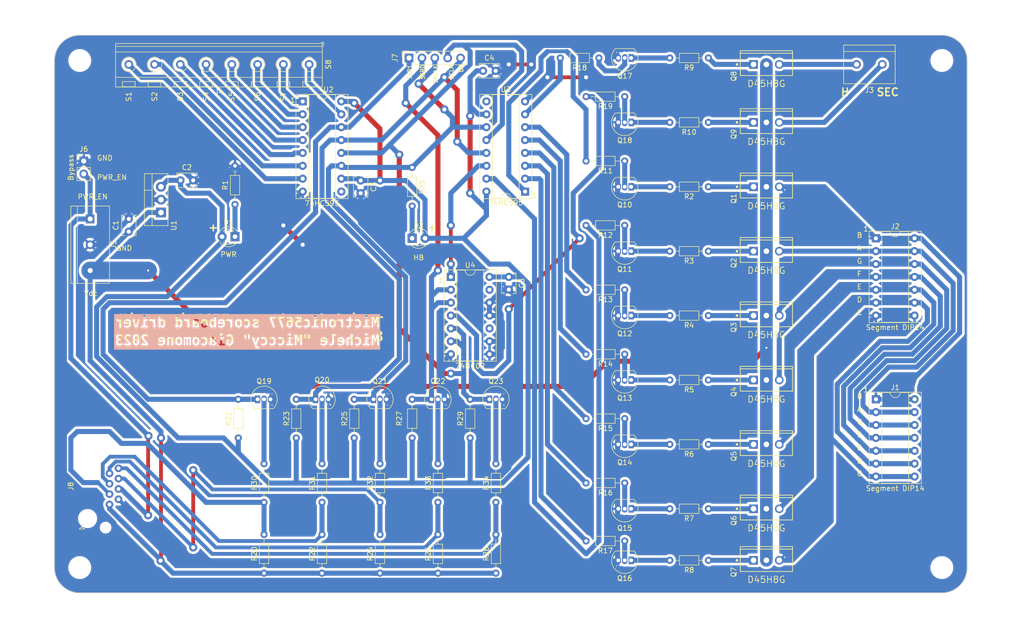
<source format=kicad_pcb>
(kicad_pcb (version 20221018) (generator pcbnew)
  (layers (0 "F.Cu" jumper) (31 "B.Cu" signal) (36 "B.SilkS" user "B.Silkscreen") (37 "F.SilkS" user "F.Silkscreen") (38 "B.Mask" user) (39 "F.Mask" user) (44 "Edge.Cuts" user))
  (net 0 "")
  (net 1 "VDC")
  (net 2 "GND")
  (net 3 "+5V")
  (net 4 "Net-(D1-K)")
  (net 5 "Net-(D2-K)")
  (net 6 "/B_OUT")
  (net 7 "/A_OUT")
  (net 8 "/S8")
  (net 9 "/PWR_EN")
  (net 10 "/RCLK_IN")
  (net 11 "/SER0_IN")
  (net 12 "/SRCLK_IN")
  (net 13 "/OE_IN")
  (net 14 "/SER1_IN")
  (net 15 "Net-(Q1-B)")
  (net 16 "Net-(Q2-B)")
  (net 17 "Net-(Q3-B)")
  (net 18 "Net-(Q4-B)")
  (net 19 "Net-(Q5-B)")
  (net 20 "Net-(Q6-B)")
  (net 21 "Net-(Q7-B)")
  (net 22 "Net-(Q8-B)")
  (net 23 "Net-(Q9-B)")
  (net 24 "Net-(Q10-C)")
  (net 25 "Net-(Q10-B)")
  (net 26 "Net-(Q11-C)")
  (net 27 "Net-(Q11-B)")
  (net 28 "Net-(Q12-C)")
  (net 29 "Net-(Q12-B)")
  (net 30 "Net-(Q13-C)")
  (net 31 "Net-(Q13-B)")
  (net 32 "Net-(Q14-C)")
  (net 33 "Net-(Q14-B)")
  (net 34 "Net-(Q15-C)")
  (net 35 "Net-(Q15-B)")
  (net 36 "Net-(Q16-C)")
  (net 37 "Net-(Q16-B)")
  (net 38 "Net-(Q17-C)")
  (net 39 "Net-(Q17-B)")
  (net 40 "Net-(Q18-C)")
  (net 41 "Net-(Q18-B)")
  (net 42 "SER1")
  (net 43 "Net-(Q19-B)")
  (net 44 "OE")
  (net 45 "Net-(Q20-B)")
  (net 46 "SRCLK")
  (net 47 "Net-(Q21-B)")
  (net 48 "SER0")
  (net 49 "Net-(Q22-B)")
  (net 50 "RCLK")
  (net 51 "Net-(Q23-B)")
  (net 52 "B")
  (net 53 "A")
  (net 54 "G")
  (net 55 "F")
  (net 56 "E")
  (net 57 "D")
  (net 58 "C")
  (net 59 "H")
  (net 60 "SEC")
  (net 61 "/S7")
  (net 62 "/S6")
  (net 63 "/S5")
  (net 64 "/S4")
  (net 65 "/S3")
  (net 66 "/S2")
  (net 67 "/S1")
  (net 70 "Net-(U3-SER)")
  (net 73 "/G_OUT")
  (net 74 "/F_OUT")
  (net 75 "/E_OUT")
  (net 76 "/D_OUT")
  (net 77 "/C_OUT")
  (net 78 "/H_OUT")
  (net 79 "/SEC_OUT")
  (footprint "Package_TO_SOT_THT:TO-92_Inline" (layer "F.Cu") (at 158.73 87.6 180)
    (fp_text reference "Q11")
    (fp_text value "BC546")
  )
  (footprint "Connector_PinHeader_2.54mm:PinHeader_1x02_P2.54mm_Vertical" (layer "F.Cu") (at 50.78 69.82)
    (fp_text reference "J6")
    (fp_text value "Bypass")
  )
  (footprint "Resistor_THT:R_Axial_DIN0204_L3.6mm_D1.6mm_P7.62mm_Horizontal" (layer "F.Cu") (at 157.46 107.92 180)
    (fp_text reference "R14")
    (fp_text value "10k")
  )
  (footprint "Package_TO_SOT_THT:TO-92_Inline" (layer "F.Cu") (at 130.79 116.81)
    (fp_text reference "Q23")
    (fp_text value "BC546")
  )
  (footprint "Package_TO_SOT_THT:TO-92_Inline" (layer "F.Cu") (at 107.93 116.81)
    (fp_text reference "Q21")
    (fp_text value "BC546")
  )
  (footprint "eec:On_Semiconductor-D45H8G-Manufacturer_Recommended" (layer "F.Cu") (at 185.4 87.6 90)
    (fp_text reference "Q2")
    (fp_text value "D45H8G")
  )
  (footprint "Resistor_THT:R_Axial_DIN0204_L3.6mm_D1.6mm_P7.62mm_Horizontal" (layer "F.Cu") (at 157.46 69.82 180)
    (fp_text reference "R11")
    (fp_text value "10k")
  )
  (footprint "Resistor_THT:R_Axial_DIN0204_L3.6mm_D1.6mm_P7.62mm_Horizontal" (layer "F.Cu") (at 115.55 71.09 -90)
    (fp_text reference "R35")
    (fp_text value "3k3")
  )
  (footprint "eec:On_Semiconductor-D45H8G-Manufacturer_Recommended" (layer "F.Cu") (at 185.4 74.9 90)
    (fp_text reference "Q1")
    (fp_text value "D45H8G")
  )
  (footprint "Resistor_THT:R_Axial_DIN0204_L3.6mm_D1.6mm_P7.62mm_Horizontal" (layer "F.Cu") (at 97.77 137.13 90)
    (fp_text reference "R31")
    (fp_text value "470k")
  )
  (footprint "Package_TO_SOT_THT:TO-92_Inline" (layer "F.Cu") (at 158.73 125.7 180)
    (fp_text reference "Q14")
    (fp_text value "BC546")
  )
  (footprint "Package_TO_SOT_THT:TO-220-3_Vertical" (layer "F.Cu") (at 66.02 79.98 90)
    (fp_text reference "U1")
    (fp_text value "L7805")
  )
  (footprint "Resistor_THT:R_Axial_DIN0204_L3.6mm_D1.6mm_P7.62mm_Horizontal" (layer "F.Cu") (at 173.97 113 180)
    (fp_text reference "R5")
    (fp_text value "3k3")
  )
  (footprint "Resistor_THT:R_Axial_DIN0204_L3.6mm_D1.6mm_P7.62mm_Horizontal" (layer "F.Cu") (at 86.34 151.1 90)
    (fp_text reference "R20")
    (fp_text value "470k")
  )
  (footprint "Package_TO_SOT_THT:TO-92_Inline" (layer "F.Cu") (at 96.5 116.81)
    (fp_text reference "Q20")
    (fp_text value "BC546")
  )
  (footprint "Resistor_THT:R_Axial_DIN0204_L3.6mm_D1.6mm_P7.62mm_Horizontal" (layer "F.Cu") (at 109.2 137.13 90)
    (fp_text reference "R32")
    (fp_text value "470k")
  )
  (footprint "Capacitor_THT:C_Disc_D3.8mm_W2.6mm_P2.50mm" (layer "F.Cu") (at 59.67 83.75 90)
    (fp_text reference "C1")
    (fp_text value "10u")
  )
  (footprint "LED_THT:LED_D3.0mm" (layer "F.Cu") (at 115.55 85.06)
    (fp_text reference "D2")
    (fp_text value "HB")
  )
  (footprint "Capacitor_THT:C_Disc_D3.8mm_W2.6mm_P2.50mm" (layer "F.Cu") (at 134.61 92.675 -90)
    (fp_text reference "C5")
    (fp_text value "100n")
  )
  (footprint "eec:On_Semiconductor-D45H8G-Manufacturer_Recommended" (layer "F.Cu") (at 185.4 138.4 90)
    (fp_text reference "Q6")
    (fp_text value "D45H8G")
  )
  (footprint "Resistor_THT:R_Axial_DIN0204_L3.6mm_D1.6mm_P7.62mm_Horizontal" (layer "F.Cu") (at 132.06 137.13 90)
    (fp_text reference "R34")
    (fp_text value "470k")
  )
  (footprint "Connector_RJ:RJ45_Amphenol_54602-x08_Horizontal" (layer "F.Cu") (at 50.41 138.4 90)
    (fp_text reference "J8")
    (fp_text value "8P8C")
  )
  (footprint "Resistor_THT:R_Axial_DIN0204_L3.6mm_D1.6mm_P7.62mm_Horizontal" (layer "F.Cu") (at 126.98 124.43 90)
    (fp_text reference "R29")
    (fp_text value "22k")
  )
  (footprint "Resistor_THT:R_Axial_DIN0204_L3.6mm_D1.6mm_P7.62mm_Horizontal" (layer "F.Cu") (at 115.55 124.43 90)
    (fp_text reference "R27")
    (fp_text value "22k")
  )
  (footprint "Connector_PinSocket_2.54mm:PinSocket_1x05_P2.54mm_Vertical" (layer "F.Cu") (at 114.935 49.5 90)
    (fp_text reference "J7")
    (fp_text value "Serial Debug")
  )
  (footprint "Package_DIP:DIP-14_W7.62mm_Socket" (layer "F.Cu") (at 123.18 92.675)
    (fp_text reference "U4")
    (fp_text value "74HC02")
  )
  (footprint "Capacitor_THT:C_Disc_D3.8mm_W2.6mm_P2.50mm" (layer "F.Cu") (at 69.87 73.63)
    (fp_text reference "C2")
    (fp_text value "22u")
  )
  (footprint "Resistor_THT:R_Axial_DIN0204_L3.6mm_D1.6mm_P7.62mm_Horizontal" (layer "F.Cu") (at 173.97 62.2 180)
    (fp_text reference "R10")
    (fp_text value "3k3")
  )
  (footprint "Package_TO_SOT_THT:TO-92_Inline" (layer "F.Cu") (at 158.73 138.4 180)
    (fp_text reference "Q15")
    (fp_text value "BC546")
  )
  (footprint "Package_DIP:DIP-16_W7.62mm_Socket" (layer "F.Cu") (at 93.96 58.07)
    (fp_text reference "U2")
    (fp_text value "74HC595")
  )
  (footprint "Resistor_THT:R_Axial_DIN0204_L3.6mm_D1.6mm_P7.62mm_Horizontal" (layer "F.Cu") (at 132.06 151.1 90)
    (fp_text reference "R28")
    (fp_text value "470k")
  )
  (footprint "Resistor_THT:R_Axial_DIN0204_L3.6mm_D1.6mm_P7.62mm_Horizontal" (layer "F.Cu") (at 86.34 137.13 90)
    (fp_text reference "R30")
    (fp_text value "470k")
  )
  (footprint "Package_TO_SOT_THT:TO-92_Inline" (layer "F.Cu") (at 158.73 113 180)
    (fp_text reference "Q13")
    (fp_text value "BC546")
  )
  (footprint "eec:On_Semiconductor-D45H8G-Manufacturer_Recommended" (layer "F.Cu") (at 185.4 100.3 90)
    (fp_text reference "Q3")
    (fp_text value "D45H8G")
  )
  (footprint "Resistor_THT:R_Axial_DIN0204_L3.6mm_D1.6mm_P7.62mm_Horizontal" (layer "F.Cu") (at 173.97 125.7 180)
    (fp_text reference "R6")
    (fp_text value "3k3")
  )
  (footprint "Resistor_THT:R_Axial_DIN0204_L3.6mm_D1.6mm_P7.62mm_Horizontal" (layer "F.Cu") (at 109.2 151.1 90)
    (fp_text reference "R24")
    (fp_text value "470k")
  )
  (footprint "MountingHole:MountingHole_4mm" (layer "F.Cu") (at 50 150)
    (fp_text reference "H4" hide)
    (fp_text value "4mm" hide)
  )
  (footprint "Resistor_THT:R_Axial_DIN0204_L3.6mm_D1.6mm_P7.62mm_Horizontal" (layer "F.Cu") (at 157.46 82.52 180)
    (fp_text reference "R12")
    (fp_text value "10k")
  )
  (footprint "Resistor_THT:R_Axial_DIN0204_L3.6mm_D1.6mm_P7.62mm_Horizontal" (layer "F.Cu") (at 157.46 144.75 180)
    (fp_text reference "R17")
    (fp_text value "10k")
  )
  (footprint "TerminalBlock_RND:TerminalBlock_RND_205-00238_1x08_P5.08mm_Horizontal" (layer "F.Cu") (at 95.23 50.77 180)
    (fp_text reference "J4")
    (fp_text value "Common Cathode Enable")
  )
  (footprint "MountingHole:MountingHole_4mm" (layer "F.Cu") (at 50 50)
    (fp_text reference "H1" hide)
    (fp_text value "4mm" hide)
  )
  (footprint "MountingHole:MountingHole_4mm" (layer "F.Cu") (at 220 50)
    (fp_text reference "H2" hide)
    (fp_text value "4mm" hide)
  )
  (footprint "Resistor_THT:R_Axial_DIN0204_L3.6mm_D1.6mm_P7.62mm_Horizontal" (layer "F.Cu") (at 173.97 138.4 180)
    (fp_text reference "R7")
    (fp_text value "3k3")
  )
  (footprint "LED_THT:LED_D3.0mm" (layer "F.Cu") (at 80.61 84.74 180)
    (fp_text reference "D1")
    (fp_text value "PWR")
  )
  (footprint "Resistor_THT:R_Axial_DIN0204_L3.6mm_D1.6mm_P7.62mm_Horizontal" (layer "F.Cu") (at 120.63 151.1 90)
    (fp_text reference "R26")
    (fp_text value "470k")
  )
  (footprint "eec:On_Semiconductor-D45H8G-Manufacturer_Recommended" (layer "F.Cu") (at 185.4 62.2 90)
    (fp_text reference "Q9")
    (fp_text value "D45H8G")
  )
  (footprint "Resistor_THT:R_Axial_DIN0204_L3.6mm_D1.6mm_P7.62mm_Horizontal" (layer "F.Cu") (at 157.46 57.12 180)
    (fp_text reference "R19")
    (fp_text value "10k")
  )
  (footprint "Resistor_THT:R_Axial_DIN0204_L3.6mm_D1.6mm_P7.62mm_Horizontal" (layer "F.Cu") (at 157.46 133.32 180)
    (fp_text reference "R16")
    (fp_text value "10k")
  )
  (footprint "TerminalBlock:TerminalBlock_bornier-3_P5.08mm" (layer "F.Cu") (at 52.05 81.25 -90)
    (fp_text reference "J5")
    (fp_text value "PSU")
  )
  (footprint "Resistor_THT:R_Axial_DIN0204_L3.6mm_D1.6mm_P7.62mm_Horizontal" (layer "F.Cu") (at 157.46 120.62 180)
    (fp_text reference "R15")
    (fp_text value "10k")
  )
  (footprint "Resistor_THT:R_Axial_DIN0204_L3.6mm_D1.6mm_P7.62mm_Horizontal" (layer "F.Cu") (at 173.97 74.9 180)
    (fp_text reference "R2")
    (fp_text value "3k3")
  )
  (footprint "Package_TO_SOT_THT:TO-92_Inline" (layer "F.Cu") (at 158.73 74.9 180)
    (fp_text reference "Q10")
    (fp_text value "BC546")
  )
  (footprint "Package_TO_SOT_THT:TO-92_Inline" (layer "F.Cu") (at 158.73 49.5 180)
    (fp_text reference "Q17")
    (fp_text value "BC546")
  )
  (footprint "Capacitor_THT:C_Disc_D3.8mm_W2.6mm_P2.50mm" (layer "F.Cu") (at 129.52 52.04)
    (fp_text reference "C4")
    (fp_text value "100n")
  )
  (footprint "Capacitor_THT:C_Disc_D3.8mm_W2.6mm_P2.50mm" (layer "F.Cu") (at 105.39 73.67 -90)
    (fp_text reference "C3")
    (fp_text value "100n")
  )
  (footprint "Resistor_THT:R_Axial_DIN0204_L3.6mm_D1.6mm_P7.62mm_Horizontal" (layer "F.Cu") (at 173.97 87.6 180)
    (fp_text reference "R3")
    (fp_text value "3k3")
  )
  (footprint "Resistor_THT:R_Axial_DIN0204_L3.6mm_D1.6mm_P7.62mm_Horizontal" (layer "F.Cu") (at 120.63 137.13 90)
    (fp_text reference "R33")
    (fp_text value "470k")
  )
  (footprint "eec:On_Semiconductor-D45H8G-Manufacturer_Recommended" (layer "F.Cu") (at 185.4 148.56 90)
    (fp_text reference "Q7")
    (fp_text value "D45H8G")
  )
  (footprint "Resistor_THT:R_Axial_DIN0204_L3.6mm_D1.6mm_P7.62mm_Horizontal" (layer "F.Cu") (at 157.46 95.22 180)
    (fp_text reference "R13")
    (fp_text value "10k")
  )
  (footprint "MountingHole:MountingHole_4mm" (layer "F.Cu") (at 220 150)
    (fp_text reference "H3" hide)
    (fp_text value "4mm" hide)
  )
  (footprint "Package_TO_SOT_THT:TO-92_Inline" (layer "F.Cu") (at 85.07 116.81)
    (fp_text reference "Q19")
    (fp_text value "BC546")
  )
  (footprint "Resistor_THT:R_Axial_DIN0204_L3.6mm_D1.6mm_P7.62mm_Horizontal" (layer "F.Cu") (at 173.97 148.56 180)
    (fp_text reference "R8")
    (fp_text value "3k3")
  )
  (footprint "Resistor_THT:R_Axial_DIN0204_L3.6mm_D1.6mm_P7.62mm_Horizontal" (layer "F.Cu") (at 173.97 100.3 180)
    (fp_text reference "R4")
    (fp_text value "3k3")
  )
  (footprint "Resistor_THT:R_Axial_DIN0204_L3.6mm_D1.6mm_P7.62mm_Horizontal" (layer "F.Cu") (at 152.38 49.5 180)
    (fp_text reference "R18")
    (fp_text value "10k")
  )
  (footprint "Resistor_THT:R_Axial_DIN0204_L3.6mm_D1.6mm_P7.62mm_Horizontal" (layer "F.Cu") (at 173.97 49.5 180)
    (fp_text reference "R9")
    (fp_text value "3k3")
  )
  (footprint "Resistor_THT:R_Axial_DIN0204_L3.6mm_D1.6mm_P7.62mm_Horizontal" (layer "F.Cu") (at 104.12 124.43 90)
    (fp_text reference "R25")
    (fp_text value "22k")
  )
  (footprint "Package_DIP:DIP-14_W7.62mm_Socket" (layer "F.Cu") (at 206.99 85.06)
    (fp_text reference "J2")
    (fp_text value "Segment DIP14")
  )
  (footprint "Package_DIP:DIP-16_W7.62mm_Socket" (layer "F.Cu") (at 137.81 75.85 180)
    (fp_text reference "U3")
    (fp_text value "74HC595")
  )
  (footprint "Package_TO_SOT_THT:TO-92_Inline" (layer "F.Cu") (at 158.73 100.3 180)
    (fp_text reference "Q12")
    (fp_text value "BC546")
  )
  (footprint "Resistor_THT:R_Axial_DIN0204_L3.6mm_D1.6mm_P7.62mm_Horizontal" (layer "F.Cu") (at 97.77 151.1 90)
    (fp_text reference "R22")
    (fp_text value "470k")
  )
  (footprint "Resistor_THT:R_Axial_DIN0204_L3.6mm_D1.6mm_P7.62mm_Horizontal" (layer "F.Cu") (at 80.61 78.39 90)
    (fp_text reference "R1")
    (fp_text value "3k3")
  )
  (footprint "Package_TO_SOT_THT:TO-92_Inline" (layer "F.Cu") (at 158.73 62.2 180)
    (fp_text reference "Q18")
    (fp_text value "BC546")
  )
  (footprint "Package_DIP:DIP-14_W7.62mm_Socket" (layer "F.Cu") (at 207 116.805)
    (fp_text reference "J1")
    (fp_text value "Segment DIP14")
  )
  (footprint "eec:On_Semiconductor-D45H8G-Manufacturer_Recommended" (layer "F.Cu") (at 185.4 50.77 90)
    (fp_text reference "Q8")
    (fp_text value "D45H8G")
  )
  (footprint "Package_TO_SOT_THT:TO-92_Inline" (layer "F.Cu") (at 158.73 148.56 180)
    (fp_text reference "Q16")
    (fp_text value "BC546")
  )
  (footprint "eec:On_Semiconductor-D45H8G-Manufacturer_Recommended" (layer "F.Cu") (at 185.4 125.7 90)
    (fp_text reference "Q5")
    (fp_text value "D45H8G")
  )
  (footprint "Resistor_THT:R_Axial_DIN0204_L3.6mm_D1.6mm_P7.62mm_Horizontal" (layer "F.Cu") (at 92.69 124.43 90)
    (fp_text reference "R23")
    (fp_text value "22k")
  )
  (footprint "TerminalBlock:TerminalBlock_bornier-2_P5.08mm" (layer "F.Cu") (at 208.26 50.77 180)
    (fp_text reference "J3")
    (fp_text value "Segment Wire Connector")
  )
  (footprint "Resistor_THT:R_Axial_DIN0204_L3.6mm_D1.6mm_P7.62mm_Horizontal" (layer "F.Cu") (at 81.26 124.43 90)
    (fp_text reference "R21")
    (fp_text value "22k")
  )
  (footprint "eec:On_Semiconductor-D45H8G-Manufacturer_Recommended" (layer "F.Cu") (at 185.4 113 90)
    (fp_text reference "Q4")
    (fp_text value "D45H8G")
  )
  (footprint "Package_TO_SOT_THT:TO-92_Inline" (layer "F.Cu") (at 119.36 116.81)
    (fp_text reference "Q22")
    (fp_text value "BC546")
  )
  (gr_arc (start 220 45) (mid 223.535533 46.464466) (end 225 50) (stroke (width 0.15)) (layer "Edge.Cuts"))
  (gr_arc (start 225 150) (mid 223.535534 153.535533) (end 220 155) (stroke (width 0.15)) (layer "Edge.Cuts"))
  (gr_line (start 225 50) (end 225 150) (stroke (width 0.15)) (layer "Edge.Cuts"))
  (gr_arc (start 45 50) (mid 46.464466 46.464467) (end 50 45) (stroke (width 0.15)) (layer "Edge.Cuts"))
  (gr_arc (start 50 155) (mid 46.464467 153.535534) (end 45 150) (stroke (width 0.15)) (layer "Edge.Cuts"))
  (gr_line (start 50 45) (end 220 45) (stroke (width 0.15)) (layer "Edge.Cuts"))
  (gr_line (start 45 50) (end 45 150) (stroke (width 0.15)) (layer "Edge.Cuts"))
  (gr_line (start 50 155) (end 220 155) (stroke (width 0.15)) (layer "Edge.Cuts"))
  (gr_text "Mictronic5677 scoreboard driver\nMichele {dblquote}Micccy{dblquote} Giacomone 2023" (at 83 103.53) (layer "B.SilkS" knockout) (effects (font (size 2.1 2) (thickness 0.5) bold) (justify mirror)))
  (gr_text "H" (at 201.91 57.12) (layer "F.SilkS") (effects (font (size 1.5 1.5) (thickness 0.3) bold) (justify left bottom mirror)))
  (gr_text "GND" (at 57.13 87.6) (layer "F.SilkS") (effects (font (size 1 1)) (justify left bottom)))
  (gr_text "+" (at 77.45 83.79) (layer "F.SilkS") (effects (font (size 1.5 1.5) (thickness 0.3) bold) (justify left bottom mirror)))
  (gr_text "S6" (at 85.07 57.12 90) (layer "F.SilkS") (effects (font (size 1 1))))
  (gr_text "GND" (at 53.32 69.82) (layer "F.SilkS") (effects (font (size 1 1)) (justify left bottom)))
  (gr_text "B" (at 203.18 116.81) (layer "F.SilkS") (effects (font (size 1 1)) (justify left bottom)))
  (gr_text "S5" (at 79.99 57.12 90) (layer "F.SilkS") (effects (font (size 1 1))))
  (gr_text "G" (at 203.18 121.89) (layer "F.SilkS") (effects (font (size 1 1)) (justify left bottom)))
  (gr_text "F" (at 203.18 92.68) (layer "F.SilkS") (effects (font (size 1 1)) (justify left bottom)))
  (gr_text "SEC" (at 206.99 57.12) (layer "F.SilkS") (effects (font (size 1.5 1.5) (thickness 0.3) bold) (justify left bottom)))
  (gr_text "Vdc" (at 50.78 96.49) (layer "F.SilkS") (effects (font (size 1 1)) (justify left bottom)))
  (gr_text "Mictronic5677 scoreboard driver\nMichele {dblquote}Micccy{dblquote} Giacomone 2023" (at 83.8 102.84) (layer "F.SilkS") (effects (font (size 2 2) (thickness 0.5) bold)))
  (gr_text "S4" (at 74.91 57.12 90) (layer "F.SilkS") (effects (font (size 1 1))))
  (gr_text "S2" (at 64.75 57.12 90) (layer "F.SilkS") (effects (font (size 1 1))))
  (gr_text "E" (at 203.18 95.22) (layer "F.SilkS") (effects (font (size 1 1)) (justify left bottom)))
  (gr_text "SRCLK" (at 120.63 54.58 90) (layer "F.SilkS") (effects (font (size 0.8 0.75)) (justify left bottom)))
  (gr_text "SER1" (at 115.55 50.77 90) (layer "F.SilkS") (effects (font (size 0.8 0.75)) (justify right bottom)))
  (gr_text "C" (at 203.18 100.3) (layer "F.SilkS") (effects (font (size 1 1)) (justify left bottom)))
  (gr_text "OE" (at 125.71 50.77 90) (layer "F.SilkS") (effects (font (size 0.8 0.75)) (justify right bottom)))
  (gr_text "1" (at 204.45 115.54) (layer "F.SilkS") (effects (font (size 1 1)) (justify left bottom)))
  (gr_text "1" (at 139.14 77.24) (layer "F.SilkS") (effects (font (size 1 1)) (justify left bottom)))
  (gr_text "D" (at 203.18 97.76) (layer "F.SilkS") (effects (font (size 1 1)) (justify left bottom)))
  (gr_text "E" (at 203.18 126.97) (layer "F.SilkS") (effects (font (size 1 1)) (justify left bottom)))
  (gr_text "F" (at 203.18 124.43) (layer "F.SilkS") (effects (font (size 1 1)) (justify left bottom)))
  (gr_text "G" (at 203.18 90.14) (layer "F.SilkS") (effects (font (size 1 1)) (justify left bottom)))
  (gr_text "C" (at 203.18 132.05) (layer "F.SilkS") (effects (font (size 1 1)) (justify left bottom)))
  (gr_text "1" (at 91.42 58.39) (layer "F.SilkS") (effects (font (size 1 1)) (justify left bottom)))
  (gr_text "S8" (at 99.04 50.77 90) (layer "F.SilkS") (effects (font (size 1 1))))
  (gr_text "S1" (at 59.67 57.12 90) (layer "F.SilkS") (effects (font (size 1 1))))
  (gr_text "S3" (at 69.83 57.12 90) (layer "F.SilkS") (effects (font (size 1 1))))
  (gr_text "A" (at 203.18 119.35) (layer "F.SilkS") (effects (font (size 1 1)) (justify left bottom)))
  (gr_text "SER0" (at 118.09 50.77 90) (layer "F.SilkS") (effects (font (size 0.8 0.75)) (justify right bottom)))
  (gr_text "S7" (at 90.15 57.12 90) (layer "F.SilkS") (effects (font (size 1 1))))
  (gr_text "PWR_EN" (at 53.32 73.63) (layer "F.SilkS") (effects (font (size 1 1)) (justify left bottom)))
  (gr_text "1" (at 204.45 83.79) (layer "F.SilkS") (effects (font (size 1 1)) (justify left bottom)))
  (gr_text "PWR_EN" (at 49.51 77.44) (layer "F.SilkS") (effects (font (size 1 1)) (justify left bottom)))
  (gr_text "RCLK" (at 123.77 50.77 90) (layer "F.SilkS") (effects (font (size 0.8 0.75)) (justify right bottom)))
  (gr_text "D" (at 203.18 129.51) (layer "F.SilkS") (effects (font (size 1 1)) (justify left bottom)))
  (gr_text "A" (at 203.18 87.6) (layer "F.SilkS") (effects (font (size 1 1)) (justify left bottom)))
  (gr_text "+" (at 120.63 83.79) (layer "F.SilkS") (effects (font (size 1.5 1.5) (thickness 0.3) bold) (justify left bottom mirror)))
  (gr_text "B" (at 203.18 85.06) (layer "F.SilkS") (effects (font (size 1 1)) (justify left bottom)))
  (gr_text "1" (at 120.63 93.95) (layer "F.SilkS") (effects (font (size 1 1)) (justify left bottom)))
  (segment (start 66.02 148.56) (end 65.935811 148.644189) (width 0.75) (layer "F.Cu") (net 1))
  (segment (start 66.016165 124.43) (end 66.02 124.433835) (width 0.75) (layer "F.Cu") (net 1))
  (segment (start 154.080101 109.32) (end 182.73 109.32) (width 1) (layer "F.Cu") (net 1))
  (segment (start 182.73 109.32) (end 185.4 106.65) (width 1) (layer "F.Cu") (net 1))
  (segment (start 149.130101 114.27) (end 154.080101 109.32) (width 1) (layer "F.Cu") (net 1))
  (segment (start 86.34 114.27) (end 149.130101 114.27) (width 1) (layer "F.Cu") (net 1))
  (segment (start 66.02 124.433835) (end 66.02 148.56) (width 0.75) (layer "F.Cu") (net 1))
  (segment (start 63.48 91.41) (end 86.34 114.27) (width 1) (layer "F.Cu") (net 1))
  (via (at 185.4 106.65) (size 0.8) (drill 0.4) (layers "F.Cu" "B.Cu") (net 1))
  (via (at 66.016165 124.43) (size 1.6) (drill 0.8) (layers "F.Cu" "B.Cu") (net 1))
  (via (at 63.48 91.41) (size 0.8) (drill 0.4) (layers "F.Cu" "B.Cu") (net 1))
  (via (at 65.935811 148.644189) (size 1.6) (drill 0.8) (layers "F.Cu" "B.Cu") (net 1))
  (segment (start 185.4 62.2) (end 185.4 74.9) (width 2.5) (layer "B.Cu") (net 1))
  (segment (start 55.86 138.4) (end 65.935811 148.475811) (width 1) (layer "B.Cu") (net 1))
  (segment (start 120.63 151.1) (end 132.06 151.1) (width 1) (layer "B.Cu") (net 1))
  (segment (start 185.4 125.7) (end 185.4 113) (width 2.5) (layer "B.Cu") (net 1))
  (segment (start 185.4 100.3) (end 185.4 106.65) (width 2.5) (layer "B.Cu") (net 1))
  (segment (start 66.016165 123.156165) (end 52.05 109.19) (width 1) (layer "B.Cu") (net 1))
  (segment (start 65.935811 148.475811) (end 65.935811 148.644189) (width 1) (layer "B.Cu") (net 1))
  (segment (start 120.63 151.1) (end 107.93 151.1) (width 1) (layer "B.Cu") (net 1))
  (segment (start 68.391622 151.1) (end 86.34 151.1) (width 1) (layer "B.Cu") (net 1))
  (segment (start 63.48 79.98) (end 52.05 91.41) (width 1) (layer "B.Cu") (net 1))
  (segment (start 52.05 109.19) (end 52.05 91.41) (width 1) (layer "B.Cu") (net 1))
  (segment (start 65.935811 148.644189) (end 68.391622 151.1) (width 1) (layer "B.Cu") (net 1))
  (segment (start 107.93 151.1) (end 109.2 151.1) (width 1) (layer "B.Cu") (net 1))
  (segment (start 185.4 148.56) (end 185.4 138.4) (width 2.5) (layer "B.Cu") (net 1))
  (segment (start 55.86 137.55) (end 55.86 138.4) (width 1) (layer "B.Cu") (net 1))
  (segment (start 66.016165 124.43) (end 66.016165 123.156165) (width 1) (layer "B.Cu") (net 1))
  (segment (start 185.4 74.9) (end 185.4 87.6) (width 2.5) (layer "B.Cu") (net 1))
  (segment (start 66.02 79.98) (end 63.48 79.98) (width 1) (layer "B.Cu") (net 1))
  (segment (start 185.4 138.4) (end 185.4 125.7) (width 2.5) (layer "B.Cu") (net 1))
  (segment (start 52.05 91.41) (end 63.48 91.41) (width 3.5) (layer "B.Cu") (net 1))
  (segment (start 185.4 106.65) (end 185.4 113) (width 2.5) (layer "B.Cu") (net 1))
  (segment (start 185.4 50.77) (end 185.4 62.2) (width 2.5) (layer "B.Cu") (net 1))
  (segment (start 97.77 151.1) (end 107.93 151.1) (width 1) (layer "B.Cu") (net 1))
  (segment (start 86.34 151.1) (end 97.77 151.1) (width 1) (layer "B.Cu") (net 1))
  (segment (start 185.4 87.6) (end 185.4 100.3) (width 2.5) (layer "B.Cu") (net 1))
  (segment (start 90.15 82.52) (end 93.96 86.33) (width 1) (layer "F.Cu") (net 2))
  (segment (start 134.6 50.77) (end 138.6395 50.77) (width 0.75) (layer "F.Cu") (net 2))
  (segment (start 142.22 53.31) (end 149.84 53.31) (width 0.75) (layer "F.Cu") (net 2))
  (via (at 93.96 86.33) (size 1.6) (drill 0.8) (layers "F.Cu" "B.Cu") (net 2))
  (via (at 142.22 53.31) (size 1.6) (drill 0.8) (layers "F.Cu" "B.Cu") (net 2))
  (via (at 139.02 50.77) (size 1.6) (drill 0.8) (layers "F.Cu" "B.Cu") (net 2))
  (via (at 134.6 50.77) (size 1.6) (drill 0.8) (layers "F.Cu" "B.Cu") (net 2))
  (via (at 90.15 82.52) (size 1.6) (drill 0.8) (layers "F.Cu" "B.Cu") (net 2))
  (via (at 149.84 53.31) (size 1.6) (drill 0.8) (layers "F.Cu" "B.Cu") (net 2))
  (segment (start 100.31 116.81) (end 106.66 123.16) (width 1) (layer "B.Cu") (net 2))
  (segment (start 134.61 95.175) (end 136.1 96.665) (width 1) (layer "B.Cu") (net 2))
  (segment (start 66.456548 152.5) (end 56.75 142.793452) (width 1) (layer "B.Cu") (net 2))
  (segment (start 100.31 130.78) (end 100.31 118.08) (width 1) (layer "B.Cu") (net 2))
  (segment (start 99.04 132.05) (end 100.31 130.78) (width 1) (layer "B.Cu") (net 2))
  (segment (start 156.06 112.87) (end 156.06 100.43) (width 1) (layer "B.Cu") (net 2))
  (segment (start 46.97 73.63) (end 50.78 69.82) (width 1) (layer "B.Cu") (net 2))
  (segment (start 80.61 70.77) (end 89.5 79.66) (width 1) (layer "B.Cu") (net 2))
  (segment (start 106.66 130.78) (end 107.93 132.05) (width 1) (layer "B.Cu") (net 2))
  (segment (start 156.19 148.56) (end 152.25 152.5) (width 1) (layer "B.Cu") (net 2))
  (segment (start 110.47 132.05) (end 111.74 130.78) (width 1) (layer "B.Cu") (net 2))
  (segment (start 72.37 73.63) (end 68.56 69.82) (width 1) (layer "B.Cu") (net 2))
  (segment (start 121.9 116.81) (end 129.69 124.6) (width 1) (layer "B.Cu") (net 2))
  (segment (start 121.9 132.05) (end 119.36 132.05) (width 1) (layer "B.Cu") (net 2))
  (segment (start 72.37 73.63) (end 77.75 73.63) (width 1) (layer "B.Cu") (net 2))
  (segment (start 156.19 59.66) (end 156.19 62.2) (width 1) (layer "B.Cu") (net 2))
  (segment (start 149.84 53.31) (end 156.19 59.66) (width 1) (layer "B.Cu") (net 2))
  (segment (start 50.78 69.82) (end 59.67 78.71) (width 1) (layer "B.Cu") (net 2))
  (segment (start 99.04 116.81) (end 100.31 116.81) (width 0.75) (layer "B.Cu") (net 2))
  (segment (start 118.09 130.78) (end 118.09 124.43) (width 1) (layer "B.Cu") (net 2))
  (segment (start 111.74 130.78) (end 111.74 118.08) (width 1) (layer "B.Cu") (net 2))
  (segment (start 133.325 105.375) (end 133.33 105.38) (width 1) (layer "B.Cu") (net 2))
  (segment (start 66.02 77.44) (end 60.94 77.44) (width 1) (layer "B.Cu") (net 2))
  (segment (start 156.06 62.33) (end 156.06 74.77) (width 1) (layer "B.Cu") (net 2))
  (segment (start 111.312944 96.062944) (end 111.312944 106.764164) (width 1) (layer "B.Cu") (net 2))
  (segment (start 90.15 82.52) (end 90.15 79.66) (width 1) (layer "B.Cu") (net 2))
  (segment (start 105.39 76.17) (end 105.39 82.092944) (width 1) (layer "B.Cu") (net 2))
  (segment (start 115.55 111.73) (end 110.47 116.81) (width 1) (layer "B.Cu") (net 2))
  (segment (start 59.67 78.71) (end 59.67 81.25) (width 1) (layer "B.Cu") (net 2))
  (segment (start 133.38 95.175) (end 130.8 97.755) (width 1) (layer "B.Cu") (net 2))
  (segment (start 118.09 124.43) (end 110.47 116.81) (width 1) (layer "B.Cu") (net 2))
  (segment (start 134.6 130.352944) (end 134.6 118.08) (width 1) (layer "B.Cu") (net 2))
  (segment (start 156.19 125.7) (end 156.06 125.57) (width 1) (layer "B.Cu") (net 2))
  (segment (start 130.8 97.755) (end 130.8 100.295) (width 1) (layer "B.Cu") (net 2))
  (segment (start 111.312944 106.764164) (end 105.077108 113) (width 1) (layer "B.Cu") (net 2))
  (segment (start 136.1 96.665) (end 136.1 114.04) (width 1) (layer "B.Cu") (net 2))
  (segment (start 96.5 132.05) (end 99.04 132.05) (width 1) (layer "B.Cu") (net 2))
  (segment (start 156.19 74.9) (end 156.06 75.03) (width 1) (layer "B.Cu") (net 2))
  (segment (start 105.39 82.092944) (end 115.55 92.252944) (width 1) (layer "B.Cu") (net 2))
  (segment (start 121.9 115.54) (end 121.9 116.81) (width 1) (layer "B.Cu") (net 2))
  (segment (start 129.69 130.95) (end 130.79 132.05) (width 1) (layer "B.Cu") (net 2))
  (segment (start 105.077108 113) (end 91.42 113) (width 1) (layer "B.Cu") (net 2))
  (segment (start 134.61 95.175) (end 133.38 95.175) (width 1) (layer "B.Cu") (net 2))
  (segment (start 156.06 125.83) (end 156.19 125.7) (width 1) (layer "B.Cu") (net 2))
  (segment (start 115.55 92.252944) (end 115.55 111.73) (width 1) (layer "B.Cu") (net 2))
  (segment (start 132.02 52.04) (end 133.33 52.04) (width 1) (layer "B.Cu") (net 2))
  (segment (start 129.69 124.6) (end 129.69 130.95) (width 1) (layer "B.Cu") (net 2))
  (segment (start 156.19 62.2) (end 156.06 62.33) (width 1) (layer "B.Cu") (net 2))
  (segment (start 121.132056 114.772056) (end 121.9 115.54) (width 1) (layer "B.Cu") (net 2))
  (segment (start 132.055 107.915) (end 130.8 107.915) (width 1) (layer "B.Cu") (net 2))
  (segment (start 156.06 75.03) (end 156.06 87.47) (width 1) (layer "B.Cu") (net 2))
  (segment (start 57.64 136.53) (end 69.67 148.56) (width 0.75) (layer "B.Cu") (net 2))
  (segment (start 136.1 114.04) (end 133.33 116.81) (width 1) (layer "B.Cu") (net 2))
  (segment (start 133.33 106.65) (end 132.06 107.92) (width 1) (layer "B.Cu") (net 2))
  (segment (start 133.33 105.38) (end 133.33 106.65) (width 1) (layer "B.Cu") (net 2))
  (segment (start 156.06 74.77) (end 156.19 74.9) (width 1) (layer "B.Cu") (net 2))
  (segment (start 46.97 131.407056) (end 46.97 73.63) (width 1) (layer "B.Cu") (net 2))
  (segment (start 156.19 100.3) (end 156.06 100.17) (width 1) (layer "B.Cu") (net 2))
  (segment (start 156.06 138.53) (end 156.19 138.4) (width 1) (layer "B.Cu") (net 2))
  (segment (start 130.8 105.375) (end 133.325 105.375) (width 1) (layer "B.Cu") (net 2))
  (segment (start 123.18 107.915) (end 121.132056 109.962944) (width 1) (layer "B.Cu") (net 2))
  (segment (start 156.19 49.5) (end 153.72 47.03) (width 1) (layer "B.Cu") (net 2))
  (segment (start 91.42 113) (end 87.61 116.81) (width 1) (layer "B.Cu") (net 2))
  (segment (start 101.58 86.33) (end 111.312944 96.062944) (width 1) (layer "B.Cu") (net 2))
  (segment (start 152.25 152.5) (end 66.456548 152.5) (width 1) (layer "B.Cu") (net 2))
  (segment (start 93.96 86.33) (end 101.58 86.33) (width 1) (layer "B.Cu") (net 2))
  (segment (start 130.79 132.05) (end 132.902944 132.05) (width 1) (layer "B.Cu") (net 2))
  (segment (start 100.31 118.08) (end 99.04 116.81) (width 0.75) (layer "B.Cu") (net 2))
  (segment (start 153.72 47.03) (end 149.84 47.03) (width 1) (layer "B.Cu") (net 2))
  (segment (start 156.06 87.73) (end 156.19 87.6) (width 1) (layer "B.Cu") (net 2))
  (segment (start 123.17 130.78) (end 121.9 132.05) (width 1) (layer "B.Cu") (net 2))
  (segment (start 121.9 116.81) (end 123.17 118.08) (width 0.75) (layer "B.Cu") (net 2))
  (segment (start 156.19 113) (end 156.06 112.87) (width 1) (layer "B.Cu") (net 2))
  (segment (start 130.8 100.295) (end 132.055 100.295) (width 1) (layer "B.Cu") (net 2))
  (segment (start 132.06 107.92) (end 132.055 107.915) (width 1) (layer "B.Cu") (net 2))
  (segment (start 156.06 87.47) (end 156.19 87.6) (width 1) (layer "B.Cu") (net 2))
  (segment (start 156.06 100.43) (end 156.19 100.3) (width 1) (layer "B.Cu") (net 2))
  (segment (start 54.59 86.33) (end 59.67 81.25) (width 1) (layer "B.Cu") (net 2))
  (segment (start 142.22 53.31) (end 142.22 53.66) (width 0.75) (layer "B.Cu") (net 2))
  (segment (start 95.23 130.78) (end 96.5 132.05) (width 1) (layer "B.Cu") (net 2))
  (segment (start 111.74 118.08) (end 110.47 116.81) (width 0.75) (layer "B.Cu") (net 2))
  (segment (start 142.22 53.66) (end 137.81 58.07) (width 1) (layer "B.Cu") (net 2))
  (segment (start 56.75 142.793452) (end 56.75 141.187056) (width 1) (layer "B.Cu") (net 2))
  (segment (start 119.36 132.05) (end 118.09 130.78) (width 1) (layer "B.Cu") (net 2))
  (segment (start 156.06 125.57) (end 156.06 113.13) (width 1) (layer "B.Cu") (net 2))
  (segment (start 156.19 138.4) (end 156.06 138.27) (width 1) (layer "B.Cu") (net 2))
  (segment (start 133.33 52.04) (end 134.6 50.77) (width 1) (layer "B.Cu") (net 2))
  (segment (start 132.902944 132.05) (end 134.6 130.352944) (width 1) (layer "B.Cu") (net 2))
  (segment (start 56.75 141.187056) (end 46.97 131.407056) (width 1) (layer "B.Cu") (net 2))
  (segment (start 149.84 47.03) (end 149.84 53.31) (width 1) (layer "B.Cu") (net 2))
  (segment (start 156.19 148.56) (end 156.06 148.43) (width 1) (layer "B.Cu") (net 2))
  (segment (start 156.06 148.43) (end 156.06 138.53) (width 1) (layer "B.Cu") (net 2))
  (segment (start 95.23 124.43) (end 95.23 130.78) (width 1) (layer "B.Cu") (net 2))
  (segment (start 107.93 132.05) (end 110.47 132.05) (width 1) (layer "B.Cu") (net 2))
  (segment (start 60.94 77.44) (end 59.67 78.71) (width 1) (layer "B.Cu") (net 2))
  (segment (start 68.56 69.82) (end 50.78 69.82) (width 1) (layer "B.Cu") (net 2))
  (segment (start 139.61 47.03) (end 139.02 47.62) (width 1) (layer "B.Cu") (net 2))
  (segment (start 156.06 100.17) (end 156.06 87.73) (width 1) (layer "B.Cu") (net 2))
  (segment (start 87.61 116.81) (end 95.23 124.43) (width 1) (layer "B.Cu") (net 2))
  (segment (start 139.02 47.62) (end 139.02 50.77) (width 1) (layer "B.Cu") (net 2))
  (segment (start 89.5 79.66) (end 90.15 79.66) (width 1) (layer "B.Cu") (net 2))
  (segment (start 90.15 79.66) (end 93.96 75.85) (width 1) (layer "B.Cu") (net 2))
  (segment (start 121.132056 109.962944) (end 121.132056 114.772056) (width 1) (layer "B.Cu") (net 2))
  (segment (start 133.33 101.57) (end 133.33 105.38) (width 1) (layer "B.Cu") (net 2))
  (segment (start 132.055 100.295) (end 133.33 101.57) (width 1) (layer "B.Cu") (net 2))
  (segment (start 134.6 118.08) (end 133.33 116.81) (width 1) (layer "B.Cu") (net 2))
  (segment (start 69.67 148.56) (end 156.19 148.56) (width 0.75) (layer "B.Cu") (net 2))
  (segment (start 149.84 47.03) (end 139.61 47.03) (width 1) (layer "B.Cu") (net 2))
  (segment (start 52.05 86.33) (end 54.59 86.33) (width 1) (layer "B.Cu") (net 2))
  (segment (start 77.75 73.63) (end 80.61 70.77) (width 1) (layer "B.Cu") (net 2))
  (segment (start 156.06 138.27) (end 156.06 125.83) (width 1) (layer "B.Cu") (net 2))
  (segment (start 106.66 123.16) (end 106.66 130.78) (width 1) (layer "B.Cu") (net 2))
  (segment (start 156.06 113.13) (end 156.19 113) (width 1) (layer "B.Cu") (net 2))
  (segment (start 123.17 118.08) (end 123.17 130.78) (width 1) (layer "B.Cu") (net 2))
  (segment (start 104.12 58.39) (end 109.2 63.47) (width 1) (layer "F.Cu") (net 3))
  (segment (start 109.2 63.47) (end 109.2 73.67) (width 1) (layer "F.Cu") (net 3))
  (segment (start 126.98 60.93) (end 126.98 76.17) (width 1) (layer "F.Cu") (net 3))
  (via (at 104.12 58.39) (size 1.6) (drill 0.8) (layers "F.Cu" "B.Cu") (net 3))
  (via (at 126.98 76.17) (size 1.6) (drill 0.8) (layers "F.Cu" "B.Cu") (net 3))
  (via (at 109.2 73.67) (size 1.6) (drill 0.8) (layers "F.Cu" "B.Cu") (net 3))
  (via (at 126.98 60.93) (size 1.6) (drill 0.8) (layers "F.Cu" "B.Cu") (net 3))
  (segment (start 69.87 73.63) (end 69.87 74.94) (width 1) (layer "B.Cu") (net 3))
  (segment (start 114.32 73.67) (end 118.09 77.44) (width 1) (layer "B.Cu") (net 3))
  (segment (start 67.29 73.63) (end 69.87 73.63) (width 1) (layer "B.Cu") (net 3))
  (segment (start 133.33 133.32) (end 121.9 133.32) (width 1) (layer "B.Cu") (net 3))
  (segment (start 55.362944 96.56) (end 67.22 96.56) (width 1) (layer "B.Cu") (net 3))
  (segment (start 118.09 85.06) (end 125.71 85.06) (width 1) (layer "B.Cu") (net 3))
  (segment (start 118.09 77.44) (end 118.09 85.06) (width 1) (layer "B.Cu") (net 3))
  (segment (start 121.9 133.32) (end 115.55 133.32) (width 1) (layer "B.Cu") (net 3))
  (segment (start 130.8 90.15) (end 134.61375 90.15) (width 1) (layer "B.Cu") (net 3))
  (segment (start 71.1 76.17) (end 75.53 76.17) (width 1) (layer "B.Cu") (net 3))
  (segment (start 105.03 73.31) (end 105.39 73.67) (width 1) (layer "B.Cu") (net 3))
  (segment (start 66.02 74.9) (end 67.29 73.63) (width 1) (layer "B.Cu") (net 3))
  (segment (start 67.22 96.56) (end 78.07 85.71) (width 1) (layer "B.Cu") (net 3))
  (segment (start 137.14 92.67625) (end 138.41 93.94625) (width 1) (layer "B.Cu") (net 3))
  (segment (start 69.402944 124.43) (end 53.32 108.347056) (width 1) (layer "B.Cu") (net 3))
  (segment (start 128.25 52.04) (end 129.52 52.04) (width 1) (layer "B.Cu") (net 3))
  (segment (start 130.19 75.85) (end 130.19 80.58) (width 1) (layer "B.Cu") (net 3))
  (segment (start 126.98 59.02) (end 126.98 53.31) (width 1) (layer "B.Cu") (net 3))
  (segment (start 130.19 80.58) (end 125.71 85.06) (width 1) (layer "B.Cu") (net 3))
  (segment (start 130.19 60.61) (end 128.57 60.61) (width 1) (layer "B.Cu") (net 3))
  (segment (start 138.41 128.24) (end 133.33 133.32) (width 1) (layer "B.Cu") (net 3))
  (segment (start 87.253654 133.32) (end 81.26 127.326346) (width 1) (layer "B.Cu") (net 3))
  (segment (start 134.61 92.675) (end 137.13875 92.675) (width 1) (layer "B.Cu") (net 3))
  (segment (start 103.8 58.07) (end 104.12 58.39) (width 1) (layer "B.Cu") (net 3))
  (segment (start 130.8 92.675) (end 134.61 92.675) (width 1) (layer "B.Cu") (net 3))
  (segment (start 138.41 128.24) (end 138.41 126.97) (width 1) (layer "B.Cu") (net 3))
  (segment (start 126.98 76.17) (end 130.19 79.38) (width 1) (layer "B.Cu") (net 3))
  (segment (start 78.07 85.71) (end 78.07 84.74) (width 1) (layer "B.Cu") (net 3))
  (segment (start 109.2 73.67) (end 114.32 73.67) (width 1) (layer "B.Cu") (net 3))
  (segment (start 134.61375 90.15) (end 137.14 92.67625) (width 1) (layer "B.Cu") (net 3))
  (segment (start 105.39 73.67) (end 109.2 73.67) (width 1) (layer "B.Cu") (net 3))
  (segment (start 126.98 59.02) (end 126.98 60.93) (width 1) (layer "B.Cu") (net 3))
  (segment (start 115.55 133.32) (end 104.12 133.32) (width 1) (layer "B.Cu") (net 3))
  (segment (start 101.58 58.07) (end 103.8 58.07) (width 1) (layer "B.Cu") (net 3))
  (segment (start 81.26 127.326346) (end 78.363654 124.43) (width 1) (layer "B.Cu") (net 3))
  (segment (start 104.12 133.32) (end 87.253654 133.32) (width 1) (layer "B.Cu") (net 3))
  (segment (start 81.26 127.326346) (end 81.26 124.43) (width 1) (layer "B.Cu") (net 3))
  (segment (start 130.19 79.38) (end 130.19 80.58) (width 1) (layer "B.Cu") (net 3))
  (segment (start 104.12 124.43) (end 104.12 133.32) (width 1) (layer "B.Cu") (net 3))
  (segment (start 92.69 124.43) (end 92.69 133.32) (width 1) (layer "B.Cu") (net 3))
  (segment (start 53.32 108.347056) (end 53.32 98.602944) (width 1) (layer "B.Cu") (net 3))
  (segment (start 53.32 98.602944) (end 55.362944 96.56) (width 1) (layer "B.Cu") (net 3))
  (segment (start 126.98 53.31) (end 128.25 52.04) (width 1) (layer "B.Cu") (net 3))
  (segment (start 78.07 78.71) (end 78.07 84.74) (width 1) (layer "B.Cu") (net 3))
  (segment (start 126.98 124.43) (end 126.98 133.32) (width 1) (layer "B.Cu") (net 3))
  (segment (start 115.55 124.43) (end 115.55 133.32) (width 1) (layer "B.Cu") (net 3))
  (segment (start 137.13875 92.675) (end 137.14 92.67625) (width 1) (layer "B.Cu") (net 3))
  (segment (start 138.41 93.94625) (end 138.41 126.97) (width 1) (layer "B.Cu") (net 3))
  (segment (start 78.363654 124.43) (end 69.402944 124.43) (width 1) (layer "B.Cu") (net 3))
  (segment (start 69.87 74.94) (end 71.1 76.17) (width 1) (layer "B.Cu") (net 3))
  (segment (start 101.58 73.31) (end 105.03 73.31) (width 1) (layer "B.Cu") (net 3))
  (segment (start 128.57 60.61) (end 126.98 59.02) (width 1) (layer "B.Cu") (net 3))
  (segment (start 75.53 76.17) (end 78.07 78.71) (width 1) (layer "B.Cu") (net 3))
  (segment (start 125.71 85.06) (end 130.8 90.15) (width 1) (layer "B.Cu") (net 3))
  (segment (start 80.61 84.74) (end 80.61 78.39) (width 1) (layer "B.Cu") (net 4))
  (segment (start 115.55 85.06) (end 115.55 78.71) (width 1) (layer "B.Cu") (net 5))
  (segment (start 223.5 103.70528) (end 210.40028 116.805) (width 1) (layer "B.Cu") (net 6))
  (segment (start 215.88 85.06) (end 223.5 92.68) (width 1) (layer "B.Cu") (net 6))
  (segment (start 206.99 85.06) (end 214.61 85.06) (width 1) (layer "B.Cu") (net 6))
  (segment (start 210.40028 116.805) (end 209.53 116.805) (width 1) (layer "B.Cu") (net 6))
  (segment (start 207 116.805) (end 209.53 116.805) (width 1) (layer "B.Cu") (net 6))
  (segment (start 187.94 74.9) (end 196.83 74.9) (width 1) (layer "B.Cu") (net 6))
  (segment (start 214.61 85.06) (end 215.88 85.06) (width 1) (layer "B.Cu") (net 6))
  (segment (start 223.5 92.68) (end 223.5 103.70528) (width 1) (layer "B.Cu") (net 6))
  (segment (start 196.83 74.9) (end 206.99 85.06) (width 1) (layer "B.Cu") (net 6))
  (segment (start 209.53 116.805) (end 214.62 116.805) (width 1) (layer "B.Cu") (net 6))
  (segment (start 215.88 87.6) (end 214.61 87.6) (width 1) (layer "B.Cu") (net 7))
  (segment (start 215.048224 110.46) (end 222.23 103.278224) (width 1) (layer "B.Cu") (net 7))
  (segment (start 207 119.345) (end 205.72 119.345) (width 1) (layer "B.Cu") (net 7))
  (segment (start 214.62 119.345) (end 207 119.345) (width 1) (layer "B.Cu") (net 7))
  (segment (start 204.45 115.535) (end 209.525 110.46) (width 1) (layer "B.Cu") (net 7))
  (segment (start 205.72 119.345) (end 204.45 118.075) (width 1) (layer "B.Cu") (net 7))
  (segment (start 187.94 87.6) (end 206.99 87.6) (width 1) (layer "B.Cu") (net 7))
  (segment (start 214.61 87.6) (end 206.99 87.6) (width 1) (layer "B.Cu") (net 7))
  (segment (start 222.23 103.278224) (end 222.23 93.95) (width 1) (layer "B.Cu") (net 7))
  (segment (start 209.525 110.46) (end 215.048224 110.46) (width 1) (layer "B.Cu") (net 7))
  (segment (start 222.23 93.95) (end 215.88 87.6) (width 1) (layer "B.Cu") (net 7))
  (segment (start 204.45 118.075) (end 204.45 115.535) (width 1) (layer "B.Cu") (net 7))
  (segment (start 95.23 54.26) (end 95.23 50.77) (width 0.75) (layer "B.Cu") (net 8))
  (segment (start 101.58 60.61) (end 95.23 54.26) (width 0.75) (layer "B.Cu") (net 8))
  (segment (start 63.48 124.102211) (end 63.552634 124.029577) (width 0.75) (layer "F.Cu") (net 9))
  (segment (start 63.48 139.67) (end 63.48 124.102211) (width 0.75) (layer "F.Cu") (net 9))
  (via (at 63.552634 124.029577) (size 1.6) (drill 0.8) (layers "F.Cu" "B.Cu") (net 9))
  (via (at 63.48 139.67) (size 1.6) (drill 0.8) (layers "F.Cu" "B.Cu") (net 9))
  (segment (start 48.24 82.52) (end 49.51 81.25) (width 1) (layer "B.Cu") (net 9))
  (segment (start 63.35486 139.67) (end 63.48 139.67) (width 1) (layer "B.Cu") (net 9))
  (segment (start 57.64 134.49) (end 58.17486 134.49) (width 1) (layer "B.Cu") (net 9))
  (segment (start 52.05 81.25) (end 52.05 73.63) (width 1) (layer "B.Cu") (net 9))
  (segment (start 58.17486 134.49) (end 63.35486 139.67) (width 1) (layer "B.Cu") (net 9))
  (segment (start 52.05 73.63) (end 50.78 72.36) (width 1) (layer "B.Cu") (net 9))
  (segment (start 48.24 108.716943) (end 48.24 82.52) (width 1) (layer "B.Cu") (net 9))
  (segment (start 63.552634 124.029577) (end 48.24 108.716943) (width 1) (layer "B.Cu") (net 9))
  (segment (start 49.51 81.25) (end 52.05 81.25) (width 1) (layer "B.Cu") (net 9))
  (segment (start 76.106498 147.29) (end 129.52 147.29) (width 0.75) (layer "B.Cu") (net 10))
  (segment (start 132.06 144.75) (end 132.06 143.48) (width 1) (layer "B.Cu") (net 10))
  (segment (start 57.64 130.41) (end 59.226498 130.41) (width 0.75) (layer "B.Cu") (net 10))
  (segment (start 129.52 147.29) (end 132.06 144.75) (width 0.75) (layer "B.Cu") (net 10))
  (segment (start 59.226498 130.41) (end 76.106498 147.29) (width 0.75) (layer "B.Cu") (net 10))
  (segment (start 132.06 143.48) (end 132.06 137.13) (width 1) (layer "B.Cu") (net 10))
  (segment (start 55.86 130.316167) (end 57.091167 129.085) (width 0.75) (layer "B.Cu") (net 11))
  (segment (start 57.091167 129.085) (end 59.88 129.085) (width 0.75) (layer "B.Cu") (net 11))
  (segment (start 59.88 129.085) (end 76.815 146.02) (width 0.75) (layer "B.Cu") (net 11))
  (segment (start 55.86 131.43) (end 55.86 130.316167) (width 0.75) (layer "B.Cu") (net 11))
  (segment (start 120.63 143.48) (end 120.63 137.13) (width 1) (layer "B.Cu") (net 11))
  (segment (start 76.815 146.02) (end 118.09 146.02) (width 0.75) (layer "B.Cu") (net 11))
  (segment (start 118.09 146.02) (end 120.63 143.48) (width 0.75) (layer "B.Cu") (net 11))
  (segment (start 72.37 146.02) (end 72.37 130.78) (width 0.75) (layer "F.Cu") (net 12))
  (via (at 72.37 130.78) (size 1.6) (drill 0.8) (layers "F.Cu" "B.Cu") (net 12))
  (via (at 72.37 146.02) (size 1.6) (drill 0.8) (layers "F.Cu" "B.Cu") (net 12))
  (segment (start 109.2 143.48) (end 109.2 137.13) (width 1) (layer "B.Cu") (net 12))
  (segment (start 72.37 146.02) (end 58.8 132.45) (width 0.75) (layer "B.Cu") (net 12))
  (segment (start 106.66 134.59) (end 109.2 137.13) (width 0.75) (layer "B.Cu") (net 12))
  (segment (start 76.18 134.59) (end 106.66 134.59) (width 0.75) (layer "B.Cu") (net 12))
  (segment (start 58.8 132.45) (end 57.64 132.45) (width 0.75) (layer "B.Cu") (net 12))
  (segment (start 72.37 130.78) (end 76.18 134.59) (width 0.75) (layer "B.Cu") (net 12))
  (segment (start 60.835 128.135) (end 77.455 144.755) (width 0.75) (layer "B.Cu") (net 13))
  (segment (start 77.455 144.755) (end 96.495 144.755) (width 0.75) (layer "B.Cu") (net 13))
  (segment (start 97.77 143.48) (end 97.77 137.13) (width 1) (layer "B.Cu") (net 13))
  (segment (start 96.495 144.755) (end 97.77 143.48) (width 0.75) (layer "B.Cu") (net 13))
  (segment (start 55.86 133.47) (end 54.535 132.145) (width 0.75) (layer "B.Cu") (net 13))
  (segment (start 54.535 129.565) (end 55.965 128.135) (width 0.75) (layer "B.Cu") (net 13))
  (segment (start 54.535 132.145) (end 54.535 129.565) (width 0.75) (layer "B.Cu") (net 13))
  (segment (start 55.965 128.135) (end 60.835 128.135) (width 0.75) (layer "B.Cu") (net 13))
  (segment (start 50.695 133.235) (end 48.24 130.78) (width 1) (layer "B.Cu") (net 14))
  (segment (start 48.24 124.43) (end 49.51 123.16) (width 1) (layer "B.Cu") (net 14))
  (segment (start 53.585 133.235) (end 50.695 133.235) (width 1) (layer "B.Cu") (net 14))
  (segment (start 49.51 123.16) (end 55.86 123.16) (width 1) (layer "B.Cu") (net 14))
  (segment (start 74.91 137.13) (end 86.34 137.13) (width 1) (layer "B.Cu") (net 14))
  (segment (start 86.34 143.48) (end 86.34 137.13) (width 1) (layer "B.Cu") (net 14))
  (segment (start 48.24 130.78) (end 48.24 124.43) (width 1) (layer "B.Cu") (net 14))
  (segment (start 63.285001 125.505001) (end 74.91 137.13) (width 1) (layer "B.Cu") (net 14))
  (segment (start 58.205001 125.505001) (end 63.285001 125.505001) (width 1) (layer "B.Cu") (net 14))
  (segment (start 55.86 123.16) (end 58.205001 125.505001) (width 1) (layer "B.Cu") (net 14))
  (segment (start 55.86 135.51) (end 53.585 133.235) (width 0.75) (layer "B.Cu") (net 14))
  (segment (start 182.86 74.9) (end 173.97 74.9) (width 1) (layer "B.Cu") (net 15))
  (segment (start 173.97 87.6) (end 182.86 87.6) (width 1) (layer "B.Cu") (net 16))
  (segment (start 173.97 100.3) (end 182.86 100.3) (width 1) (layer "B.Cu") (net 17))
  (segment (start 173.97 113) (end 182.86 113) (width 1) (layer "B.Cu") (net 18))
  (segment (start 173.97 125.7) (end 182.86 125.7) (width 1) (layer "B.Cu") (net 19))
  (segment (start 173.97 138.4) (end 182.86 138.4) (width 1) (layer "B.Cu") (net 20))
  (segment (start 182.86 148.56) (end 173.97 148.56) (width 1) (layer "B.Cu") (net 21))
  (segment (start 182.86 50.77) (end 175.24 50.77) (width 1) (layer "B.Cu") (net 22))
  (segment (start 175.24 50.77) (end 173.97 49.5) (width 1) (layer "B.Cu") (net 22))
  (segment (start 173.97 62.2) (end 182.86 62.2) (width 1) (layer "B.Cu") (net 23))
  (segment (start 166.35 74.9) (end 158.73 74.9) (width 1) (layer "B.Cu") (net 24))
  (segment (start 157.46 69.82) (end 157.46 74.9) (width 1) (layer "B.Cu") (net 25))
  (segment (start 158.73 87.6) (end 166.35 87.6) (width 1) (layer "B.Cu") (net 26))
  (segment (start 157.46 87.6) (end 157.46 82.52) (width 1) (layer "B.Cu") (net 27))
  (segment (start 166.35 100.3) (end 158.73 100.3) (width 1) (layer "B.Cu") (net 28))
  (segment (start 157.46 100.3) (end 157.46 95.22) (width 1) (layer "B.Cu") (net 29))
  (segment (start 166.35 113) (end 158.73 113) (width 1) (layer "B.Cu") (net 30))
  (segment (start 157.46 113) (end 157.46 107.92) (width 1) (layer "B.Cu") (net 31))
  (segment (start 166.35 125.7) (end 158.73 125.7) (width 1) (layer "B.Cu") (net 32))
  (segment (start 157.46 125.7) (end 157.46 120.62) (width 1) (layer "B.Cu") (net 33))
  (segment (start 158.73 138.4) (end 166.35 138.4) (width 1) (layer "B.Cu") (net 34))
  (segment (start 157.46 138.4) (end 157.46 133.32) (width 1) (layer "B.Cu") (net 35))
  (segment (start 166.35 148.56) (end 158.73 148.56) (width 1) (layer "B.Cu") (net 36))
  (segment (start 157.46 144.75) (end 157.46 148.56) (width 1) (layer "B.Cu") (net 37))
  (segment (start 166.35 49.5) (end 158.73 49.5) (width 1) (layer "B.Cu") (net 38))
  (segment (start 152.38 50.77) (end 153.65 52.04) (width 1) (layer "B.Cu") (net 39))
  (segment (start 153.65 52.04) (end 156.19 52.04) (width 1) (layer "B.Cu") (net 39))
  (segment (start 152.38 49.5) (end 152.38 50.77) (width 1) (layer "B.Cu") (net 39))
  (segment (start 156.19 52.04) (end 157.46 50.77) (width 1) (layer "B.Cu") (net 39))
  (segment (start 157.46 50.77) (end 157.46 49.5) (width 1) (layer "B.Cu") (net 39))
  (segment (start 158.73 62.2) (end 166.35 62.2) (width 1) (layer "B.Cu") (net 40))
  (segment (start 157.46 62.2) (end 157.46 57.12) (width 1) (layer "B.Cu") (net 41))
  (segment (start 96.5 79.98) (end 96.5 66.01) (width 1) (layer "B.Cu") (net 42))
  (segment (start 99.36 63.15) (end 101.58 63.15) (width 1) (layer "B.Cu") (net 42))
  (segment (start 81.26 116.81) (end 85.07 116.81) (width 1) (layer "B.Cu") (net 42))
  (segment (start 55.86 97.76) (end 78.72 97.76) (width 1) (layer "B.Cu") (net 42))
  (segment (start 114.935 51.385) (end 114.935 49.5) (width 1) (layer "B.Cu") (net 42))
  (segment (start 54.59 99.03) (end 55.86 97.76) (width 1) (layer "B.Cu") (net 42))
  (segment (start 85.07 116.81) (end 63.48 116.81) (width 1) (layer "B.Cu") (net 42))
  (segment (start 96.5 66.01) (end 99.36 63.15) (width 1) (layer "B.Cu") (net 42))
  (segment (start 101.58 63.15) (end 103.17 63.15) (width 1) (layer "B.Cu") (net 42))
  (segment (start 103.17 63.15) (end 114.935 51.385) (width 1) (layer "B.Cu") (net 42))
  (segment (start 78.72 97.76) (end 96.5 79.98) (width 1) (layer "B.Cu") (net 42))
  (segment (start 63.48 116.81) (end 54.59 107.92) (width 1) (layer "B.Cu") (net 42))
  (segment (start 54.59 107.92) (end 54.59 99.03) (width 1) (layer "B.Cu") (net 42))
  (segment (start 86.34 129.51) (end 86.34 116.81) (width 1) (layer "B.Cu") (net 43))
  (segment (start 124.44 66.01) (end 124.44 55.85) (width 1) (layer "F.Cu") (net 44))
  (segment (start 124.44 55.85) (end 121.9 53.31) (width 1) (layer "F.Cu") (net 44))
  (via (at 121.9 53.31) (size 1.6) (drill 0.8) (layers "F.Cu" "B.Cu") (net 44))
  (via (at 124.44 66.01) (size 1.6) (drill 0.8) (layers "F.Cu" "B.Cu") (net 44))
  (segment (start 126.66 68.23) (end 124.44 66.01) (width 1) (layer "B.Cu") (net 44))
  (segment (start 130.19 68.23) (end 126.66 68.23) (width 1) (layer "B.Cu") (net 44))
  (segment (start 107.502944 114.27) (end 113.01 108.762944) (width 1) (layer "B.Cu") (net 44))
  (segment (start 96.5 116.81) (end 96.5 115.54) (width 1) (layer "B.Cu") (net 44))
  (segment (start 96.5 115.54) (end 97.77 114.27) (width 1) (layer "B.Cu") (net 44))
  (segment (start 109.52 65.69) (end 121.9 53.31) (width 1) (layer "B.Cu") (net 44))
  (segment (start 92.69 116.81) (end 96.5 116.81) (width 1) (layer "B.Cu") (net 44))
  (segment (start 97.77 77.867056) (end 97.77 67.28) (width 1) (layer "B.Cu") (net 44))
  (segment (start 101.58 65.69) (end 109.52 65.69) (width 1) (layer "B.Cu") (net 44))
  (segment (start 113.01 108.762944) (end 113.01 93.107056) (width 1) (layer "B.Cu") (net 44))
  (segment (start 97.77 114.27) (end 107.502944 114.27) (width 1) (layer "B.Cu") (net 44))
  (segment (start 125.095 50.115) (end 125.095 49.5) (width 1) (layer "B.Cu") (net 44))
  (segment (start 97.77 67.28) (end 99.36 65.69) (width 1) (layer "B.Cu") (net 44))
  (segment (start 121.9 53.31) (end 125.095 50.115) (width 1) (layer "B.Cu") (net 44))
  (segment (start 113.01 93.107056) (end 97.77 77.867056) (width 1) (layer "B.Cu") (net 44))
  (segment (start 99.36 65.69) (end 101.58 65.69) (width 1) (layer "B.Cu") (net 44))
  (segment (start 97.77 129.51) (end 97.77 116.81) (width 1) (layer "B.Cu") (net 45))
  (segment (start 121.9 59.66) (end 116.82 54.58) (width 1) (layer "F.Cu") (net 46))
  (via (at 121.9 59.66) (size 1.6) (drill 0.8) (layers "F.Cu" "B.Cu") (net 46))
  (via (at 116.82 54.58) (size 1.6) (drill 0.8) (layers "F.Cu" "B.Cu") (net 46))
  (segment (start 116.82 54.58) (end 120.015 51.385) (width 1) (layer "B.Cu") (net 46))
  (segment (start 114.28 109.19) (end 114.28 92.68) (width 1) (layer "B.Cu") (net 46))
  (segment (start 107.975 115.495) (end 114.28 109.19) (width 1) (layer "B.Cu") (net 46))
  (segment (start 123.49 63.15) (end 123.49 61.25) (width 1) (layer "B.Cu") (net 46))
  (segment (start 107.93 116.81) (end 107.975 116.765) (width 1) (layer "B.Cu") (net 46))
  (segment (start 99.04 71.41) (end 99.68 70.77) (width 1) (layer "B.Cu") (net 46))
  (segment (start 123.49 61.25) (end 121.9 59.66) (width 1) (layer "B.Cu") (net 46))
  (segment (start 101.9 71.09) (end 101.58 70.77) (width 1) (layer "B.Cu") (net 46))
  (segment (start 123.49 63.15) (end 115.55 71.09) (width 1) (layer "B.Cu") (net 46))
  (segment (start 120.015 51.385) (end 120.015 49.5) (width 1) (layer "B.Cu") (net 46))
  (segment (start 130.19 63.15) (end 123.49 63.15) (width 1) (layer "B.Cu") (net 46))
  (segment (start 99.68 70.77) (end 101.58 70.77) (width 1) (layer "B.Cu") (net 46))
  (segment (start 114.28 92.68) (end 99.04 77.44) (width 1) (layer "B.Cu") (net 46))
  (segment (start 99.04 77.44) (end 99.04 71.41) (width 1) (layer "B.Cu") (net 46))
  (segment (start 107.975 116.765) (end 107.975 115.495) (width 1) (layer "B.Cu") (net 46))
  (segment (start 104.12 116.81) (end 107.93 116.81) (width 1) (layer "B.Cu") (net 46))
  (segment (start 115.55 71.09) (end 101.9 71.09) (width 1) (layer "B.Cu") (net 46))
  (segment (start 109.2 129.51) (end 109.2 116.81) (width 1) (layer "B.Cu") (net 47))
  (segment (start 120.63 64.74) (end 120.63 91.41) (width 1) (layer "F.Cu") (net 48))
  (segment (start 114.28 58.39) (end 120.63 64.74) (width 1) (layer "F.Cu") (net 48))
  (via (at 120.63 91.41) (size 1.6) (drill 0.8) (layers "F.Cu" "B.Cu") (net 48))
  (via (at 114.28 58.39) (size 1.6) (drill 0.8) (layers "F.Cu" "B.Cu") (net 48))
  (segment (start 119.36 116.81) (end 119.36 99.03) (width 1) (layer "B.Cu") (net 48))
  (segment (start 119.36 99.03) (end 120.635 97.755) (width 1) (layer "B.Cu") (net 48))
  (segment (start 114.28 54.998679) (end 114.28 58.39) (width 1) (layer "B.Cu") (net 48))
  (segment (start 117.475 51.803679) (end 114.28 54.998679) (width 1) (layer "B.Cu") (net 48))
  (segment (start 119.36 99.03) (end 119.36 96.49) (width 1) (layer "B.Cu") (net 48))
  (segment (start 120.635 95.215) (end 123.18 95.215) (width 1) (layer "B.Cu") (net 48))
  (segment (start 115.55 116.81) (end 119.36 116.81) (width 1) (layer "B.Cu") (net 48))
  (segment (start 119.36 96.49) (end 120.635 95.215) (width 1) (layer "B.Cu") (net 48))
  (segment (start 120.635 97.755) (end 123.18 97.755) (width 1) (layer "B.Cu") (net 48))
  (segment (start 119.36 92.68) (end 119.36 96.49) (width 1) (layer "B.Cu") (net 48))
  (segment (start 117.475 49.5) (end 117.475 51.803679) (width 1) (layer "B.Cu") (net 48))
  (segment (start 120.63 91.41) (end 119.36 92.68) (width 1) (layer "B.Cu") (net 48))
  (segment (start 120.63 129.51) (end 120.63 116.81) (width 1) (layer "B.Cu") (net 49))
  (segment (start 121.9 111.73) (end 113.01 102.84) (width 1) (layer "F.Cu") (net 50))
  (segment (start 123.17 111.73) (end 121.9 111.73) (width 1) (layer "F.Cu") (net 50))
  (segment (start 113.01 102.84) (end 113.01 68.55) (width 1) (layer "F.Cu") (net 50))
  (via (at 123.17 111.73) (size 1.6) (drill 0.8) (layers "F.Cu" "B.Cu") (net 50))
  (via (at 113.01 68.55) (size 1.6) (drill 0.8) (layers "F.Cu" "B.Cu") (net 50))
  (segment (start 135.87 46.96) (end 125.71 46.96) (width 1) (layer "B.Cu") (net 50))
  (segment (start 133.33 62.55) (end 133.33 55.85) (width 1) (layer "B.Cu") (net 50))
  (segment (start 125.71 106.65) (end 124.435 105.375) (width 1) (layer "B.Cu") (net 50))
  (segment (start 126.98 50.77) (end 126.98 48.23) (width 1) (layer "B.Cu") (net 50))
  (segment (start 111.105 66.645) (end 126.98 50.77) (width 1) (layer "B.Cu") (net 50))
  (segment (start 123.825 46.96) (end 122.555 48.23) (width 1) (layer "B.Cu") (net 50))
  (segment (start 133.33 55.85) (end 137.14 52.04) (width 1) (layer "B.Cu") (net 50))
  (segment (start 113.01 68.55) (end 111.105 66.645) (width 1) (layer "B.Cu") (net 50))
  (segment (start 126.98 116.81) (end 125.71 115.54) (width 1) (layer "B.Cu") (net 50))
  (segment (start 124.435 105.375) (end 123.18 105.375) (width 1) (layer "B.Cu") (net 50))
  (segment (start 125.71 111.73) (end 125.71 107.92) (width 1) (layer "B.Cu") (net 50))
  (segment (start 125.71 46.96) (end 123.825 46.96) (width 1) (layer "B.Cu") (net 50))
  (segment (start 125.71 115.54) (end 125.71 111.73) (width 1) (layer "B.Cu") (net 50))
  (segment (start 122.555 48.23) (end 122.555 49.5) (width 1) (layer "B.Cu") (net 50))
  (segment (start 130.19 65.69) (end 133.33 62.55) (width 1) (layer "B.Cu") (net 50))
  (segment (start 125.71 111.73) (end 123.17 111.73) (width 1) (layer "B.Cu") (net 50))
  (segment (start 101.58 68.23) (end 109.52 68.23) (width 1) (layer "B.Cu") (net 50))
  (segment (start 137.14 52.04) (end 137.14 48.23) (width 1) (layer "B.Cu") (net 50))
  (segment (start 125.71 107.92) (end 125.71 106.65) (width 1) (layer "B.Cu") (net 50))
  (segment (start 125.71 104.11) (end 125.71 106.65) (width 1) (layer "B.Cu") (net 50))
  (segment (start 123.18 102.835) (end 124.435 102.835) (width 1) (layer "B.Cu") (net 50))
  (segment (start 124.435 102.835) (end 125.71 104.11) (width 1) (layer "B.Cu") (net 50))
  (segment (start 126.98 48.23) (end 125.71 46.96) (width 1) (layer "B.Cu") (net 50))
  (segment (start 126.98 116.81) (end 130.79 116.81) (width 1) (layer "B.Cu") (net 50))
  (segment (start 137.14 48.23) (end 135.87 46.96) (width 1) (layer "B.Cu") (net 50))
  (segment (start 109.52 68.23) (end 111.105 66.645) (width 1) (layer "B.Cu") (net 50))
  (segment (start 132.06 129.51) (end 132.06 116.81) (width 1) (layer "B.Cu") (net 51))
  (segment (start 140.95 52.04) (end 134.6 58.39) (width 1) (layer "B.Cu") (net 52))
  (segment (start 146.03 48.18) (end 142.22 48.18) (width 0.75) (layer "B.Cu") (net 52))
  (segment (start 140.95 49.5) (end 140.95 52.04) (width 1) (layer "B.Cu") (net 52))
  (segment (start 149.84 59.66) (end 147.3 57.12) (width 1) (layer "B.Cu") (net 52))
  (segment (start 147.3 49.5) (end 146.03 48.23) (width 1) (layer "B.Cu") (net 52))
  (segment (start 134.6 58.39) (end 134.6 72.64) (width 1) (layer "B.Cu") (net 52))
  (segment (start 147.3 57.12) (end 147.3 49.5) (width 1) (layer "B.Cu") (net 52))
  (segment (start 149.84 69.82) (end 149.84 59.66) (width 1) (layer "B.Cu") (net 52))
  (segment (start 134.6 72.64) (end 137.81 75.85) (width 1) (layer "B.Cu") (net 52))
  (segment (start 142.22 48.23) (end 140.95 49.5) (width 1) (layer "B.Cu") (net 52))
  (segment (start 139.68 137.13) (end 139.68 82.52) (width 1) (layer "B.Cu") (net 53))
  (segment (start 139.68 81.25) (end 139.68 82.52) (width 1) (layer "B.Cu") (net 53))
  (segment (start 130.19 73.31) (end 131.74 73.31) (width 1) (layer "B.Cu") (net 53))
  (segment (start 131.74 73.31) (end 139.68 81.25) (width 1) (layer "B.Cu") (net 53))
  (segment (start 149.84 147.29) (end 139.68 137.13) (width 1) (layer "B.Cu") (net 53))
  (segment (start 152.38 85.06) (end 152.38 144.75) (width 1) (layer "B.Cu") (net 53))
  (segment (start 152.38 144.75) (end 149.84 147.29) (width 1) (layer "B.Cu") (net 53))
  (segment (start 149.84 82.52) (end 152.38 85.06) (width 1) (layer "B.Cu") (net 53))
  (segment (start 149.84 95.22) (end 146.03 91.41) (width 1) (layer "B.Cu") (net 54))
  (segment (start 146.03 91.41) (end 146.03 68.55) (width 1) (layer "B.Cu") (net 54))
  (segment (start 140.63 63.15) (end 137.81 63.15) (width 1) (layer "B.Cu") (net 54))
  (segment (start 146.03 68.55) (end 140.63 63.15) (width 1) (layer "B.Cu") (net 54))
  (segment (start 149.84 107.92) (end 144.76 102.84) (width 1) (layer "B.Cu") (net 55))
  (segment (start 140.63 65.69) (end 137.81 65.69) (width 1) (layer "B.Cu") (net 55))
  (segment (start 144.76 69.82) (end 140.63 65.69) (width 1) (layer "B.Cu") (net 55))
  (segment (start 144.76 102.84) (end 144.76 69.82) (width 1) (layer "B.Cu") (net 55))
  (segment (start 143.49 114.27) (end 149.84 120.62) (width 1) (layer "B.Cu") (net 56))
  (segment (start 140.63 68.23) (end 143.49 71.09) (width 1) (layer "B.Cu") (net 56))
  (segment (start 137.81 68.23) (end 140.63 68.23) (width 1) (layer "B.Cu") (net 56))
  (segment (start 143.49 71.09) (end 143.49 114.27) (width 1) (layer "B.Cu") (net 56))
  (segment (start 142.22 72.36) (end 140.63 70.77) (width 1) (layer "B.Cu") (net 57))
  (segment (start 140.63 70.77) (end 137.81 70.77) (width 1) (layer "B.Cu") (net 57))
  (segment (start 149.84 133.32) (end 142.22 125.7) (width 1) (layer "B.Cu") (net 57))
  (segment (start 142.22 125.7) (end 142.22 72.36) (width 1) (layer "B.Cu") (net 57))
  (segment (start 140.63 73.31) (end 140.95 73.63) (width 1) (layer "B.Cu") (net 58))
  (segment (start 137.81 73.31) (end 140.63 73.31) (width 1) (layer "B.Cu") (net 58))
  (segment (start 140.95 135.86) (end 149.84 144.75) (width 1) (layer "B.Cu") (net 58))
  (segment (start 140.95 73.63) (end 140.95 135.86) (width 1) (layer "B.Cu") (net 58))
  (segment (start 144.76 53.66) (end 144.76 49.5) (width 1) (layer "B.Cu") (net 59))
  (segment (start 137.81 60.61) (end 144.76 53.66) (width 1) (layer "B.Cu") (net 59))
  (segment (start 135.985 97.645) (end 148.57 85.06) (width 0.75) (layer "F.Cu") (net 60))
  (segment (start 134.6 99.03) (end 135.985 97.645) (width 0.75) (layer "F.Cu") (net 60))
  (via (at 148.57 85.06) (size 1.6) (drill 0.8) (layers "F.Cu" "B.Cu") (net 60))
  (via (at 134.6 99.03) (size 1.6) (drill 0.8) (layers "F.Cu" "B.Cu") (net 60))
  (segment (start 148.57 85.06) (end 147.3 83.79) (width 1) (layer "B.Cu") (net 60))
  (segment (start 129.52 111.73) (end 132.06 111.73) (width 1) (layer "B.Cu") (net 60))
  (segment (start 147.3 76.17) (end 152.38 71.09) (width 1) (layer "B.Cu") (net 60))
  (segment (start 128.25 110.46) (end 129.52 111.73) (width 1) (layer "B.Cu") (net 60))
  (segment (start 151.11 57.12) (end 149.84 57.12) (width 1) (layer "B.Cu") (net 60))
  (segment (start 124.31137 100.295) (end 128.25 104.23363) (width 1) (layer "B.Cu") (net 60))
  (segment (start 132.06 111.73) (end 134.6 109.19) (width 1) (layer "B.Cu") (net 60))
  (segment (start 123.18 100.295) (end 124.31137 100.295) (width 0.75) (layer "B.Cu") (net 60))
  (segment (start 134.6 109.19) (end 134.6 99.03) (width 1) (layer "B.Cu") (net 60))
  (segment (start 152.38 71.09) (end 152.38 58.39) (width 1) (layer "B.Cu") (net 60))
  (segment (start 152.38 58.39) (end 151.11 57.12) (width 1) (layer "B.Cu") (net 60))
  (segment (start 128.25 104.23363) (end 128.25 110.46) (width 1) (layer "B.Cu") (net 60))
  (segment (start 147.3 83.79) (end 147.3 76.17) (width 1) (layer "B.Cu") (net 60))
  (segment (start 92.3625 58.0625) (end 90.15 55.85) (width 1) (layer "B.Cu") (net 61))
  (segment (start 90.15 55.85) (end 90.15 50.77) (width 1) (layer "B.Cu") (net 61))
  (segment (start 93.96 58.07) (end 92.3625 58.07) (width 1) (layer "B.Cu") (net 61))
  (segment (start 92.3625 58.07) (end 92.3625 58.0625) (width 1) (layer "B.Cu") (net 61))
  (segment (start 85.07 54.58) (end 85.07 50.77) (width 1) (layer "B.Cu") (net 62))
  (segment (start 93.96 60.61) (end 91.1 60.61) (width 1) (layer "B.Cu") (net 62))
  (segment (start 91.1 60.61) (end 85.07 54.58) (width 1) (layer "B.Cu") (net 62))
  (segment (start 93.96 63.15) (end 89.83 63.15) (width 1) (layer "B.Cu") (net 63))
  (segment (start 89.83 63.15) (end 79.99 53.31) (width 1) (layer "B.Cu") (net 63))
  (segment (start 79.99 53.31) (end 79.99 50.77) (width 1) (layer "B.Cu") (net 63))
  (segment (start 93.96 65.69) (end 88.56 65.69) (width 1) (layer "B.Cu") (net 64))
  (segment (start 88.56 65.69) (end 74.91 52.04) (width 1) (layer "B.Cu") (net 64))
  (segment (start 74.91 52.04) (end 74.91 50.77) (width 1) (layer "B.Cu") (net 64))
  (segment (start 93.96 68.23) (end 92.37 68.23) (width 1) (layer "B.Cu") (net 65))
  (segment (start 87.61 68.55) (end 69.83 50.77) (width 1) (layer "B.Cu") (net 65))
  (segment (start 92.05 68.55) (end 87.61 68.55) (width 1) (layer "B.Cu") (net 65))
  (segment (start 92.37 68.23) (end 92.05 68.55) (width 1) (layer "B.Cu") (net 65))
  (segment (start 93.96 70.77) (end 86.02 70.77) (width 1) (layer "B.Cu") (net 66))
  (segment (start 66.02 50.77) (end 64.75 50.77) (width 1) (layer "B.Cu") (net 66))
  (segment (start 86.02 70.77) (end 66.02 50.77) (width 1) (layer "B.Cu") (net 66))
  (segment (start 93.96 73.31) (end 86.655 73.31) (width 1) (layer "B.Cu") (net 67))
  (segment (start 66.655 53.31) (end 62.21 53.31) (width 1) (layer "B.Cu") (net 67))
  (segment (start 62.21 53.31) (end 59.67 50.77) (width 1) (layer "B.Cu") (net 67))
  (segment (start 86.655 73.31) (end 66.655 53.31) (width 1) (layer "B.Cu") (net 67))
  (segment (start 123.17 90.14) (end 123.17 82.52) (width 0.75) (layer "F.Cu") (net 70))
  (via (at 123.17 82.52) (size 1.6) (drill 0.8) (layers "F.Cu" "B.Cu") (net 70))
  (via (at 123.17 90.14) (size 1.6) (drill 0.8) (layers "F.Cu" "B.Cu") (net 70))
  (segment (start 123.17 82.52) (end 123.17 76.17) (width 1) (layer "B.Cu") (net 70))
  (segment (start 123.18 90.15) (end 123.17 90.14) (width 0.75) (layer "B.Cu") (net 70))
  (segment (start 123.18 92.675) (end 123.18 90.15) (width 1) (layer "B.Cu") (net 70))
  (segment (start 128.57 70.77) (end 130.19 70.77) (width 1) (layer "B.Cu") (net 70))
  (segment (start 123.17 76.17) (end 128.57 70.77) (width 1) (layer "B.Cu") (net 70))
  (segment (start 196.83 90.14) (end 206.99 90.14) (width 1) (layer "B.Cu") (net 73))
  (segment (start 214.621168 109.19) (end 209.097944 109.19) (width 1) (layer "B.Cu") (net 73))
  (segment (start 206.99 90.14) (end 214.61 90.14) (width 1) (layer "B.Cu") (net 73))
  (segment (start 207 121.885) (end 214.62 121.885) (width 1) (layer "B.Cu") (net 73))
  (segment (start 220.96 95.22) (end 220.96 102.851168) (width 1) (layer "B.Cu") (net 73))
  (segment (start 209.097944 109.19) (end 203.18 115.107944) (width 1) (layer "B.Cu") (net 73))
  (segment (start 215.88 90.14) (end 220.96 95.22) (width 1) (layer "B.Cu") (net 73))
  (segment (start 207 121.885) (end 205.72 121.885) (width 1) (layer "B.Cu") (net 73))
  (segment (start 203.18 115.107944) (end 203.18 119.35) (width 1) (layer "B.Cu") (net 73))
  (segment (start 187.94 99.03) (end 196.83 90.14) (width 1) (layer "B.Cu") (net 73))
  (segment (start 220.96 102.851168) (end 214.621168 109.19) (width 1) (layer "B.Cu") (net 73))
  (segment (start 187.94 100.3) (end 187.94 99.03) (width 1) (layer "B.Cu") (net 73))
  (segment (start 203.18 119.35) (end 205.72 121.89) (width 1) (layer "B.Cu") (net 73))
  (segment (start 214.61 90.14) (end 215.88 90.14) (width 1) (layer "B.Cu") (net 73))
  (segment (start 219.69 102.424112) (end 214.194112 107.92) (width 1) (layer "B.Cu") (net 74))
  (segment (start 187.94 104.11) (end 199.37 92.68) (width 1) (layer "B.Cu") (net 74))
  (segment (start 199.37 92.68) (end 206.99 92.68) (width 1) (layer "B.Cu") (net 74))
  (segment (start 214.194112 107.92) (end 208.670888 107.92) (width 1) (layer "B.Cu") (net 74))
  (segment (start 187.94 113) (end 187.94 104.11) (width 1) (layer "B.Cu") (net 74))
  (segment (start 214.61 92.68) (end 206.99 92.68) (width 1) (layer "B.Cu") (net 74))
  (segment (start 214.62 124.425) (end 207 124.425) (width 1) (layer "B.Cu") (net 74))
  (segment (start 207 124.425) (end 205.72 124.425) (width 1) (layer "B.Cu") (net 74))
  (segment (start 201.91 120.62) (end 205.72 124.43) (width 1) (layer "B.Cu") (net 74))
  (segment (start 214.61 92.68) (end 215.88 92.68) (width 1) (layer "B.Cu") (net 74))
  (segment (start 201.91 114.680888) (end 201.91 120.62) (width 1) (layer "B.Cu") (net 74))
  (segment (start 208.670888 107.92) (end 201.91 114.680888) (width 1) (layer "B.Cu") (net 74))
  (segment (start 219.69 96.49) (end 219.69 102.424112) (width 1) (layer "B.Cu") (net 74))
  (segment (start 215.88 92.68) (end 219.69 96.49) (width 1) (layer "B.Cu") (net 74))
  (segment (start 208.243832 106.65) (end 213.767056 106.65) (width 1) (layer "B.Cu") (net 75))
  (segment (start 200.64 121.89) (end 200.64 114.253832) (width 1) (layer "B.Cu") (net 75))
  (segment (start 218.42 97.76) (end 215.88 95.22) (width 1) (layer "B.Cu") (net 75))
  (segment (start 190.48 123.16) (end 190.48 106.65) (width 1) (layer "B.Cu") (net 75))
  (segment (start 201.91 95.22) (end 206.99 95.22) (width 1) (layer "B.Cu") (net 75))
  (segment (start 218.42 101.997056) (end 218.42 97.76) (width 1) (layer "B.Cu") (net 75))
  (segment (start 205.72 126.965) (end 207 126.965) (width 1) (layer "B.Cu") (net 75))
  (segment (start 215.88 95.22) (end 214.61 95.22) (width 1) (layer "B.Cu") (net 75))
  (segment (start 207 126.965) (end 214.62 126.965) (width 1) (layer "B.Cu") (net 75))
  (segment (start 213.767056 106.65) (end 218.42 101.997056) (width 1) (layer "B.Cu") (net 75))
  (segment (start 206.99 95.22) (end 214.61 95.22) (width 1) (layer "B.Cu") (net 75))
  (segment (start 205.72 126.97) (end 200.64 121.89) (width 1) (layer "B.Cu") (net 75))
  (segment (start 200.64 114.253832) (end 208.243832 106.65) (width 1) (layer "B.Cu") (net 75))
  (segment (start 187.94 125.7) (end 190.48 123.16) (width 1) (layer "B.Cu") (net 75))
  (segment (start 190.48 106.65) (end 201.91 95.22) (width 1) (layer "B.Cu") (net 75))
  (segment (start 199.37 113.826776) (end 207.816776 105.38) (width 1) (layer "B.Cu") (net 76))
  (segment (start 205.725 129.505) (end 205.72 129.51) (width 1) (layer "B.Cu") (net 76))
  (segment (start 214.61 97.76) (end 206.99 97.76) (width 1) (layer "B.Cu") (net 76))
  (segment (start 214.62 129.505) (end 207 129.505) (width 1) (layer "B.Cu") (net 76))
  (segment (start 213.34 105.38) (end 217.15 101.57) (width 1) (layer "B.Cu") (net 76))
  (segment (start 217.15 99.03) (end 215.88 97.76) (width 1) (layer "B.Cu") (net 76))
  (segment (start 194.29 107.92) (end 204.45 97.76) (width 1) (layer "B.Cu") (net 76))
  (segment (start 217.15 101.57) (end 217.15 99.03) (width 1) (layer "B.Cu") (net 76))
  (segment (start 207.816776 105.38) (end 213.34 105.38) (width 1) (layer "B.Cu") (net 76))
  (segment (start 199.37 123.16) (end 199.37 113.826776) (width 1) (layer "B.Cu") (net 76))
  (segment (start 187.94 138.4) (end 194.29 132.05) (width 1) (layer "B.Cu") (net 76))
  (segment (start 194.29 132.05) (end 194.29 107.92) (width 1) (layer "B.Cu") (net 76))
  (segment (start 204.45 97.76) (end 206.99 97.76) (width 1) (layer "B.Cu") (net 76))
  (segment (start 207 129.505) (end 205.725 129.505) (width 1) (layer "B.Cu") (net 76))
  (segment (start 205.72 129.51) (end 199.37 123.16) (width 1) (layer "B.Cu") (net 76))
  (segment (start 215.88 97.76) (end 214.61 97.76) (width 1) (layer "B.Cu") (net 76))
  (segment (start 207 132.045) (end 214.62 132.045) (width 1) (layer "B.Cu") (net 77))
  (segment (start 198.17 109.12) (end 198.17 124.43) (width 1) (layer "B.Cu") (net 77))
  (segment (start 187.94 148.56) (end 190.485 148.56) (width 1) (layer "B.Cu") (net 77))
  (segment (start 190.485 148.56) (end 198.17 140.875) (width 1) (layer "B.Cu") (net 77))
  (segment (start 198.17 124.43) (end 198.17 124.5) (width 1) (layer "B.Cu") (net 77))
  (segment (start 198.17 140.875) (end 198.17 124.43) (width 1) (layer "B.Cu") (net 77))
  (segment (start 214.61 100.3) (end 206.99 100.3) (width 1) (layer "B.Cu") (net 77))
  (segment (start 205.715 132.045) (end 207 132.045) (width 1) (layer "B.Cu") (net 77))
  (segment (start 206.99 100.3) (end 198.17 109.12) (width 1) (layer "B.Cu") (net 77))
  (segment (start 198.17 124.5) (end 205.715 132.045) (width 1) (layer "B.Cu") (net 77))
  (segment (start 187.94 50.77) (end 203.18 50.77) (width 1) (layer "B.Cu") (net 78))
  (segment (start 187.94 62.2) (end 196.83 62.2) (width 1) (layer "B.Cu") (net 79))
  (segment (start 196.83 62.2) (end 208.26 50.77) (width 1) (layer "B.Cu") (net 79))
  (zone (net 77) (net_name "/C_OUT") (layer "B.Cu") (priority 1) (connect_pads (clearance 0.5)) (min_thickness 0.25) (fill yes (thermal_gap 0.5) (thermal_bridge_width 0.5))
    (polygon (pts (xy 187.94 148.56) (xy 187.94 138.4) (xy 194.29 132.05) (xy 194.29 107.92) (xy 204.45 97.76) (xy 215.88 97.76) (xy 217.15 99.03) (xy 217.15 101.57) (xy 213.34 105.38) (xy 208.26 105.38) (xy 198.1 115.54) (xy 198.1 140.94) (xy 190.48 148.56)))
  )
  (zone (net 2) (net_name "GND") (layer "B.Cu") (connect_pads (clearance 0.5)) (min_thickness 0.25) (fill yes (thermal_gap 0.5) (thermal_bridge_width 0.5))
    (polygon (pts (xy 35.54 38.07) (xy 236.2 38.07) (xy 236.2 162.53) (xy 34.27 162.53)))
  )
  (zone (net 6) (net_name "/B_OUT") (layer "B.Cu") (priority 6) (connect_pads (clearance 0.5)) (min_thickness 0.25) (fill yes (thermal_gap 0.5) (thermal_bridge_width 0.5))
    (polygon (pts (xy 187.94 74.9) (xy 187.94 87.6) (xy 214.61 87.6) (xy 214.61 85.06) (xy 206.99 85.06) (xy 196.83 74.9)))
  )
  (zone (net 0) (net_name "") (layer "B.Cu") (name "text") (connect_pads (clearance 0)) (min_thickness 0.25)
    (keepout (tracks not_allowed) (vias not_allowed) (pads not_allowed) (copperpour not_allowed) (footprints not_allowed))
    (fill (thermal_gap 0.5) (thermal_bridge_width 0.5))
    (polygon (pts (xy 57.13 100.55) (xy 109.2 100.55) (xy 109.2 106.9) (xy 57.13 106.9)))
  )
  (zone (net 75) (net_name "/E_OUT") (layer "B.Cu") (priority 3) (connect_pads (clearance 0.5)) (min_thickness 0.25) (fill yes (thermal_gap 0.5) (thermal_bridge_width 0.5))
    (polygon (pts (xy 187.94 125.7) (xy 190.48 123.16) (xy 190.48 106.65) (xy 201.91 95.22) (xy 214.61 95.22) (xy 214.61 92.68) (xy 199.37 92.68) (xy 187.94 104.11)))
  )
  (zone (net 74) (net_name "/F_OUT") (layer "B.Cu") (priority 4) (connect_pads (clearance 0.5)) (min_thickness 0.25) (fill yes (thermal_gap 0.5) (thermal_bridge_width 0.5))
    (polygon (pts (xy 187.94 104.11) (xy 199.37 92.68) (xy 214.61 92.68) (xy 214.61 90.14) (xy 196.83 90.14) (xy 187.94 99.03)))
  )
  (zone (net 73) (net_name "/G_OUT") (layer "B.Cu") (priority 5) (connect_pads (clearance 0.5)) (min_thickness 0.25) (fill yes (thermal_gap 0.5) (thermal_bridge_width 0.5))
    (polygon (pts (xy 187.94 99.03) (xy 187.94 87.6) (xy 214.61 87.6) (xy 214.61 90.14) (xy 196.83 90.14)))
  )
  (zone (net 76) (net_name "/D_OUT") (layer "B.Cu") (priority 2) (connect_pads (clearance 0.5)) (min_thickness 0.25) (fill yes (thermal_gap 0.5) (thermal_bridge_width 0.5))
    (polygon (pts (xy 187.94 138.4) (xy 194.29 132.05) (xy 194.29 107.92) (xy 204.45 97.76) (xy 214.61 97.76) (xy 214.61 95.22) (xy 201.91 95.22) (xy 190.48 106.65) (xy 190.48 123.16) (xy 187.94 125.7)))
  )
  (zone (net 6) (net_name "/B_OUT") (layer "B.Cu") (priority 7) (connect_pads (clearance 0.5)) (min_thickness 0.25) (fill yes (thermal_gap 0.5) (thermal_bridge_width 0.5))
    (polygon (pts (xy 215.88 110.46) (xy 209.53 110.46) (xy 205.72 115.54) (xy 205.72 119.35) (xy 214.61 119.35) (xy 214.61 116.81) (xy 214.61 114.27)))
  )
)
</source>
